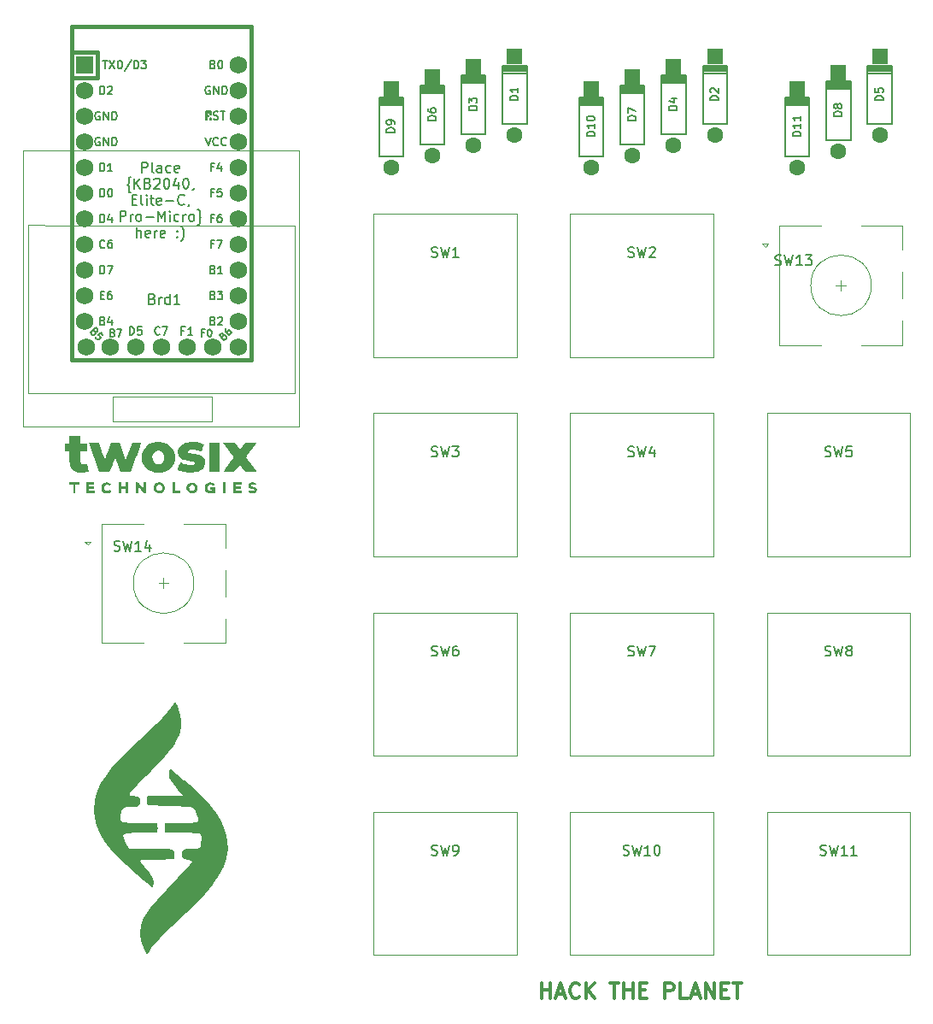
<source format=gbr>
%TF.GenerationSoftware,KiCad,Pcbnew,7.0.9-7.0.9~ubuntu22.04.1*%
%TF.CreationDate,2023-12-14T18:44:14-05:00*%
%TF.ProjectId,macrocoaster_v2,6d616372-6f63-46f6-9173-7465725f7632,rev?*%
%TF.SameCoordinates,Original*%
%TF.FileFunction,Legend,Top*%
%TF.FilePolarity,Positive*%
%FSLAX46Y46*%
G04 Gerber Fmt 4.6, Leading zero omitted, Abs format (unit mm)*
G04 Created by KiCad (PCBNEW 7.0.9-7.0.9~ubuntu22.04.1) date 2023-12-14 18:44:14*
%MOMM*%
%LPD*%
G01*
G04 APERTURE LIST*
%ADD10C,0.150000*%
%ADD11C,0.300000*%
%ADD12C,0.381000*%
%ADD13C,0.120000*%
%ADD14C,0.200000*%
%ADD15R,1.752600X1.752600*%
%ADD16C,1.752600*%
%ADD17C,1.600000*%
%ADD18R,1.600000X1.600000*%
G04 APERTURE END LIST*
D10*
X66966666Y-56554819D02*
X66966666Y-55554819D01*
X66966666Y-55554819D02*
X67347618Y-55554819D01*
X67347618Y-55554819D02*
X67442856Y-55602438D01*
X67442856Y-55602438D02*
X67490475Y-55650057D01*
X67490475Y-55650057D02*
X67538094Y-55745295D01*
X67538094Y-55745295D02*
X67538094Y-55888152D01*
X67538094Y-55888152D02*
X67490475Y-55983390D01*
X67490475Y-55983390D02*
X67442856Y-56031009D01*
X67442856Y-56031009D02*
X67347618Y-56078628D01*
X67347618Y-56078628D02*
X66966666Y-56078628D01*
X68109523Y-56554819D02*
X68014285Y-56507200D01*
X68014285Y-56507200D02*
X67966666Y-56411961D01*
X67966666Y-56411961D02*
X67966666Y-55554819D01*
X68919047Y-56554819D02*
X68919047Y-56031009D01*
X68919047Y-56031009D02*
X68871428Y-55935771D01*
X68871428Y-55935771D02*
X68776190Y-55888152D01*
X68776190Y-55888152D02*
X68585714Y-55888152D01*
X68585714Y-55888152D02*
X68490476Y-55935771D01*
X68919047Y-56507200D02*
X68823809Y-56554819D01*
X68823809Y-56554819D02*
X68585714Y-56554819D01*
X68585714Y-56554819D02*
X68490476Y-56507200D01*
X68490476Y-56507200D02*
X68442857Y-56411961D01*
X68442857Y-56411961D02*
X68442857Y-56316723D01*
X68442857Y-56316723D02*
X68490476Y-56221485D01*
X68490476Y-56221485D02*
X68585714Y-56173866D01*
X68585714Y-56173866D02*
X68823809Y-56173866D01*
X68823809Y-56173866D02*
X68919047Y-56126247D01*
X69823809Y-56507200D02*
X69728571Y-56554819D01*
X69728571Y-56554819D02*
X69538095Y-56554819D01*
X69538095Y-56554819D02*
X69442857Y-56507200D01*
X69442857Y-56507200D02*
X69395238Y-56459580D01*
X69395238Y-56459580D02*
X69347619Y-56364342D01*
X69347619Y-56364342D02*
X69347619Y-56078628D01*
X69347619Y-56078628D02*
X69395238Y-55983390D01*
X69395238Y-55983390D02*
X69442857Y-55935771D01*
X69442857Y-55935771D02*
X69538095Y-55888152D01*
X69538095Y-55888152D02*
X69728571Y-55888152D01*
X69728571Y-55888152D02*
X69823809Y-55935771D01*
X70633333Y-56507200D02*
X70538095Y-56554819D01*
X70538095Y-56554819D02*
X70347619Y-56554819D01*
X70347619Y-56554819D02*
X70252381Y-56507200D01*
X70252381Y-56507200D02*
X70204762Y-56411961D01*
X70204762Y-56411961D02*
X70204762Y-56031009D01*
X70204762Y-56031009D02*
X70252381Y-55935771D01*
X70252381Y-55935771D02*
X70347619Y-55888152D01*
X70347619Y-55888152D02*
X70538095Y-55888152D01*
X70538095Y-55888152D02*
X70633333Y-55935771D01*
X70633333Y-55935771D02*
X70680952Y-56031009D01*
X70680952Y-56031009D02*
X70680952Y-56126247D01*
X70680952Y-56126247D02*
X70204762Y-56221485D01*
X65847619Y-58545771D02*
X65800000Y-58545771D01*
X65800000Y-58545771D02*
X65704762Y-58498152D01*
X65704762Y-58498152D02*
X65657143Y-58402914D01*
X65657143Y-58402914D02*
X65657143Y-57926723D01*
X65657143Y-57926723D02*
X65609524Y-57831485D01*
X65609524Y-57831485D02*
X65514286Y-57783866D01*
X65514286Y-57783866D02*
X65609524Y-57736247D01*
X65609524Y-57736247D02*
X65657143Y-57641009D01*
X65657143Y-57641009D02*
X65657143Y-57164819D01*
X65657143Y-57164819D02*
X65704762Y-57069580D01*
X65704762Y-57069580D02*
X65800000Y-57021961D01*
X65800000Y-57021961D02*
X65847619Y-57021961D01*
X66228572Y-58164819D02*
X66228572Y-57164819D01*
X66800000Y-58164819D02*
X66371429Y-57593390D01*
X66800000Y-57164819D02*
X66228572Y-57736247D01*
X67561905Y-57641009D02*
X67704762Y-57688628D01*
X67704762Y-57688628D02*
X67752381Y-57736247D01*
X67752381Y-57736247D02*
X67800000Y-57831485D01*
X67800000Y-57831485D02*
X67800000Y-57974342D01*
X67800000Y-57974342D02*
X67752381Y-58069580D01*
X67752381Y-58069580D02*
X67704762Y-58117200D01*
X67704762Y-58117200D02*
X67609524Y-58164819D01*
X67609524Y-58164819D02*
X67228572Y-58164819D01*
X67228572Y-58164819D02*
X67228572Y-57164819D01*
X67228572Y-57164819D02*
X67561905Y-57164819D01*
X67561905Y-57164819D02*
X67657143Y-57212438D01*
X67657143Y-57212438D02*
X67704762Y-57260057D01*
X67704762Y-57260057D02*
X67752381Y-57355295D01*
X67752381Y-57355295D02*
X67752381Y-57450533D01*
X67752381Y-57450533D02*
X67704762Y-57545771D01*
X67704762Y-57545771D02*
X67657143Y-57593390D01*
X67657143Y-57593390D02*
X67561905Y-57641009D01*
X67561905Y-57641009D02*
X67228572Y-57641009D01*
X68180953Y-57260057D02*
X68228572Y-57212438D01*
X68228572Y-57212438D02*
X68323810Y-57164819D01*
X68323810Y-57164819D02*
X68561905Y-57164819D01*
X68561905Y-57164819D02*
X68657143Y-57212438D01*
X68657143Y-57212438D02*
X68704762Y-57260057D01*
X68704762Y-57260057D02*
X68752381Y-57355295D01*
X68752381Y-57355295D02*
X68752381Y-57450533D01*
X68752381Y-57450533D02*
X68704762Y-57593390D01*
X68704762Y-57593390D02*
X68133334Y-58164819D01*
X68133334Y-58164819D02*
X68752381Y-58164819D01*
X69371429Y-57164819D02*
X69466667Y-57164819D01*
X69466667Y-57164819D02*
X69561905Y-57212438D01*
X69561905Y-57212438D02*
X69609524Y-57260057D01*
X69609524Y-57260057D02*
X69657143Y-57355295D01*
X69657143Y-57355295D02*
X69704762Y-57545771D01*
X69704762Y-57545771D02*
X69704762Y-57783866D01*
X69704762Y-57783866D02*
X69657143Y-57974342D01*
X69657143Y-57974342D02*
X69609524Y-58069580D01*
X69609524Y-58069580D02*
X69561905Y-58117200D01*
X69561905Y-58117200D02*
X69466667Y-58164819D01*
X69466667Y-58164819D02*
X69371429Y-58164819D01*
X69371429Y-58164819D02*
X69276191Y-58117200D01*
X69276191Y-58117200D02*
X69228572Y-58069580D01*
X69228572Y-58069580D02*
X69180953Y-57974342D01*
X69180953Y-57974342D02*
X69133334Y-57783866D01*
X69133334Y-57783866D02*
X69133334Y-57545771D01*
X69133334Y-57545771D02*
X69180953Y-57355295D01*
X69180953Y-57355295D02*
X69228572Y-57260057D01*
X69228572Y-57260057D02*
X69276191Y-57212438D01*
X69276191Y-57212438D02*
X69371429Y-57164819D01*
X70561905Y-57498152D02*
X70561905Y-58164819D01*
X70323810Y-57117200D02*
X70085715Y-57831485D01*
X70085715Y-57831485D02*
X70704762Y-57831485D01*
X71276191Y-57164819D02*
X71371429Y-57164819D01*
X71371429Y-57164819D02*
X71466667Y-57212438D01*
X71466667Y-57212438D02*
X71514286Y-57260057D01*
X71514286Y-57260057D02*
X71561905Y-57355295D01*
X71561905Y-57355295D02*
X71609524Y-57545771D01*
X71609524Y-57545771D02*
X71609524Y-57783866D01*
X71609524Y-57783866D02*
X71561905Y-57974342D01*
X71561905Y-57974342D02*
X71514286Y-58069580D01*
X71514286Y-58069580D02*
X71466667Y-58117200D01*
X71466667Y-58117200D02*
X71371429Y-58164819D01*
X71371429Y-58164819D02*
X71276191Y-58164819D01*
X71276191Y-58164819D02*
X71180953Y-58117200D01*
X71180953Y-58117200D02*
X71133334Y-58069580D01*
X71133334Y-58069580D02*
X71085715Y-57974342D01*
X71085715Y-57974342D02*
X71038096Y-57783866D01*
X71038096Y-57783866D02*
X71038096Y-57545771D01*
X71038096Y-57545771D02*
X71085715Y-57355295D01*
X71085715Y-57355295D02*
X71133334Y-57260057D01*
X71133334Y-57260057D02*
X71180953Y-57212438D01*
X71180953Y-57212438D02*
X71276191Y-57164819D01*
X72085715Y-58117200D02*
X72085715Y-58164819D01*
X72085715Y-58164819D02*
X72038096Y-58260057D01*
X72038096Y-58260057D02*
X71990477Y-58307676D01*
X66014286Y-59251009D02*
X66347619Y-59251009D01*
X66490476Y-59774819D02*
X66014286Y-59774819D01*
X66014286Y-59774819D02*
X66014286Y-58774819D01*
X66014286Y-58774819D02*
X66490476Y-58774819D01*
X67061905Y-59774819D02*
X66966667Y-59727200D01*
X66966667Y-59727200D02*
X66919048Y-59631961D01*
X66919048Y-59631961D02*
X66919048Y-58774819D01*
X67442858Y-59774819D02*
X67442858Y-59108152D01*
X67442858Y-58774819D02*
X67395239Y-58822438D01*
X67395239Y-58822438D02*
X67442858Y-58870057D01*
X67442858Y-58870057D02*
X67490477Y-58822438D01*
X67490477Y-58822438D02*
X67442858Y-58774819D01*
X67442858Y-58774819D02*
X67442858Y-58870057D01*
X67776191Y-59108152D02*
X68157143Y-59108152D01*
X67919048Y-58774819D02*
X67919048Y-59631961D01*
X67919048Y-59631961D02*
X67966667Y-59727200D01*
X67966667Y-59727200D02*
X68061905Y-59774819D01*
X68061905Y-59774819D02*
X68157143Y-59774819D01*
X68871429Y-59727200D02*
X68776191Y-59774819D01*
X68776191Y-59774819D02*
X68585715Y-59774819D01*
X68585715Y-59774819D02*
X68490477Y-59727200D01*
X68490477Y-59727200D02*
X68442858Y-59631961D01*
X68442858Y-59631961D02*
X68442858Y-59251009D01*
X68442858Y-59251009D02*
X68490477Y-59155771D01*
X68490477Y-59155771D02*
X68585715Y-59108152D01*
X68585715Y-59108152D02*
X68776191Y-59108152D01*
X68776191Y-59108152D02*
X68871429Y-59155771D01*
X68871429Y-59155771D02*
X68919048Y-59251009D01*
X68919048Y-59251009D02*
X68919048Y-59346247D01*
X68919048Y-59346247D02*
X68442858Y-59441485D01*
X69347620Y-59393866D02*
X70109525Y-59393866D01*
X71157143Y-59679580D02*
X71109524Y-59727200D01*
X71109524Y-59727200D02*
X70966667Y-59774819D01*
X70966667Y-59774819D02*
X70871429Y-59774819D01*
X70871429Y-59774819D02*
X70728572Y-59727200D01*
X70728572Y-59727200D02*
X70633334Y-59631961D01*
X70633334Y-59631961D02*
X70585715Y-59536723D01*
X70585715Y-59536723D02*
X70538096Y-59346247D01*
X70538096Y-59346247D02*
X70538096Y-59203390D01*
X70538096Y-59203390D02*
X70585715Y-59012914D01*
X70585715Y-59012914D02*
X70633334Y-58917676D01*
X70633334Y-58917676D02*
X70728572Y-58822438D01*
X70728572Y-58822438D02*
X70871429Y-58774819D01*
X70871429Y-58774819D02*
X70966667Y-58774819D01*
X70966667Y-58774819D02*
X71109524Y-58822438D01*
X71109524Y-58822438D02*
X71157143Y-58870057D01*
X71633334Y-59727200D02*
X71633334Y-59774819D01*
X71633334Y-59774819D02*
X71585715Y-59870057D01*
X71585715Y-59870057D02*
X71538096Y-59917676D01*
X64823809Y-61384819D02*
X64823809Y-60384819D01*
X64823809Y-60384819D02*
X65204761Y-60384819D01*
X65204761Y-60384819D02*
X65299999Y-60432438D01*
X65299999Y-60432438D02*
X65347618Y-60480057D01*
X65347618Y-60480057D02*
X65395237Y-60575295D01*
X65395237Y-60575295D02*
X65395237Y-60718152D01*
X65395237Y-60718152D02*
X65347618Y-60813390D01*
X65347618Y-60813390D02*
X65299999Y-60861009D01*
X65299999Y-60861009D02*
X65204761Y-60908628D01*
X65204761Y-60908628D02*
X64823809Y-60908628D01*
X65823809Y-61384819D02*
X65823809Y-60718152D01*
X65823809Y-60908628D02*
X65871428Y-60813390D01*
X65871428Y-60813390D02*
X65919047Y-60765771D01*
X65919047Y-60765771D02*
X66014285Y-60718152D01*
X66014285Y-60718152D02*
X66109523Y-60718152D01*
X66585714Y-61384819D02*
X66490476Y-61337200D01*
X66490476Y-61337200D02*
X66442857Y-61289580D01*
X66442857Y-61289580D02*
X66395238Y-61194342D01*
X66395238Y-61194342D02*
X66395238Y-60908628D01*
X66395238Y-60908628D02*
X66442857Y-60813390D01*
X66442857Y-60813390D02*
X66490476Y-60765771D01*
X66490476Y-60765771D02*
X66585714Y-60718152D01*
X66585714Y-60718152D02*
X66728571Y-60718152D01*
X66728571Y-60718152D02*
X66823809Y-60765771D01*
X66823809Y-60765771D02*
X66871428Y-60813390D01*
X66871428Y-60813390D02*
X66919047Y-60908628D01*
X66919047Y-60908628D02*
X66919047Y-61194342D01*
X66919047Y-61194342D02*
X66871428Y-61289580D01*
X66871428Y-61289580D02*
X66823809Y-61337200D01*
X66823809Y-61337200D02*
X66728571Y-61384819D01*
X66728571Y-61384819D02*
X66585714Y-61384819D01*
X67347619Y-61003866D02*
X68109524Y-61003866D01*
X68585714Y-61384819D02*
X68585714Y-60384819D01*
X68585714Y-60384819D02*
X68919047Y-61099104D01*
X68919047Y-61099104D02*
X69252380Y-60384819D01*
X69252380Y-60384819D02*
X69252380Y-61384819D01*
X69728571Y-61384819D02*
X69728571Y-60718152D01*
X69728571Y-60384819D02*
X69680952Y-60432438D01*
X69680952Y-60432438D02*
X69728571Y-60480057D01*
X69728571Y-60480057D02*
X69776190Y-60432438D01*
X69776190Y-60432438D02*
X69728571Y-60384819D01*
X69728571Y-60384819D02*
X69728571Y-60480057D01*
X70633332Y-61337200D02*
X70538094Y-61384819D01*
X70538094Y-61384819D02*
X70347618Y-61384819D01*
X70347618Y-61384819D02*
X70252380Y-61337200D01*
X70252380Y-61337200D02*
X70204761Y-61289580D01*
X70204761Y-61289580D02*
X70157142Y-61194342D01*
X70157142Y-61194342D02*
X70157142Y-60908628D01*
X70157142Y-60908628D02*
X70204761Y-60813390D01*
X70204761Y-60813390D02*
X70252380Y-60765771D01*
X70252380Y-60765771D02*
X70347618Y-60718152D01*
X70347618Y-60718152D02*
X70538094Y-60718152D01*
X70538094Y-60718152D02*
X70633332Y-60765771D01*
X71061904Y-61384819D02*
X71061904Y-60718152D01*
X71061904Y-60908628D02*
X71109523Y-60813390D01*
X71109523Y-60813390D02*
X71157142Y-60765771D01*
X71157142Y-60765771D02*
X71252380Y-60718152D01*
X71252380Y-60718152D02*
X71347618Y-60718152D01*
X71823809Y-61384819D02*
X71728571Y-61337200D01*
X71728571Y-61337200D02*
X71680952Y-61289580D01*
X71680952Y-61289580D02*
X71633333Y-61194342D01*
X71633333Y-61194342D02*
X71633333Y-60908628D01*
X71633333Y-60908628D02*
X71680952Y-60813390D01*
X71680952Y-60813390D02*
X71728571Y-60765771D01*
X71728571Y-60765771D02*
X71823809Y-60718152D01*
X71823809Y-60718152D02*
X71966666Y-60718152D01*
X71966666Y-60718152D02*
X72061904Y-60765771D01*
X72061904Y-60765771D02*
X72109523Y-60813390D01*
X72109523Y-60813390D02*
X72157142Y-60908628D01*
X72157142Y-60908628D02*
X72157142Y-61194342D01*
X72157142Y-61194342D02*
X72109523Y-61289580D01*
X72109523Y-61289580D02*
X72061904Y-61337200D01*
X72061904Y-61337200D02*
X71966666Y-61384819D01*
X71966666Y-61384819D02*
X71823809Y-61384819D01*
X72490476Y-61765771D02*
X72538095Y-61765771D01*
X72538095Y-61765771D02*
X72633333Y-61718152D01*
X72633333Y-61718152D02*
X72680952Y-61622914D01*
X72680952Y-61622914D02*
X72680952Y-61146723D01*
X72680952Y-61146723D02*
X72728571Y-61051485D01*
X72728571Y-61051485D02*
X72823809Y-61003866D01*
X72823809Y-61003866D02*
X72728571Y-60956247D01*
X72728571Y-60956247D02*
X72680952Y-60861009D01*
X72680952Y-60861009D02*
X72680952Y-60384819D01*
X72680952Y-60384819D02*
X72633333Y-60289580D01*
X72633333Y-60289580D02*
X72538095Y-60241961D01*
X72538095Y-60241961D02*
X72490476Y-60241961D01*
X66466666Y-62994819D02*
X66466666Y-61994819D01*
X66895237Y-62994819D02*
X66895237Y-62471009D01*
X66895237Y-62471009D02*
X66847618Y-62375771D01*
X66847618Y-62375771D02*
X66752380Y-62328152D01*
X66752380Y-62328152D02*
X66609523Y-62328152D01*
X66609523Y-62328152D02*
X66514285Y-62375771D01*
X66514285Y-62375771D02*
X66466666Y-62423390D01*
X67752380Y-62947200D02*
X67657142Y-62994819D01*
X67657142Y-62994819D02*
X67466666Y-62994819D01*
X67466666Y-62994819D02*
X67371428Y-62947200D01*
X67371428Y-62947200D02*
X67323809Y-62851961D01*
X67323809Y-62851961D02*
X67323809Y-62471009D01*
X67323809Y-62471009D02*
X67371428Y-62375771D01*
X67371428Y-62375771D02*
X67466666Y-62328152D01*
X67466666Y-62328152D02*
X67657142Y-62328152D01*
X67657142Y-62328152D02*
X67752380Y-62375771D01*
X67752380Y-62375771D02*
X67799999Y-62471009D01*
X67799999Y-62471009D02*
X67799999Y-62566247D01*
X67799999Y-62566247D02*
X67323809Y-62661485D01*
X68228571Y-62994819D02*
X68228571Y-62328152D01*
X68228571Y-62518628D02*
X68276190Y-62423390D01*
X68276190Y-62423390D02*
X68323809Y-62375771D01*
X68323809Y-62375771D02*
X68419047Y-62328152D01*
X68419047Y-62328152D02*
X68514285Y-62328152D01*
X69228571Y-62947200D02*
X69133333Y-62994819D01*
X69133333Y-62994819D02*
X68942857Y-62994819D01*
X68942857Y-62994819D02*
X68847619Y-62947200D01*
X68847619Y-62947200D02*
X68800000Y-62851961D01*
X68800000Y-62851961D02*
X68800000Y-62471009D01*
X68800000Y-62471009D02*
X68847619Y-62375771D01*
X68847619Y-62375771D02*
X68942857Y-62328152D01*
X68942857Y-62328152D02*
X69133333Y-62328152D01*
X69133333Y-62328152D02*
X69228571Y-62375771D01*
X69228571Y-62375771D02*
X69276190Y-62471009D01*
X69276190Y-62471009D02*
X69276190Y-62566247D01*
X69276190Y-62566247D02*
X68800000Y-62661485D01*
X70466667Y-62899580D02*
X70514286Y-62947200D01*
X70514286Y-62947200D02*
X70466667Y-62994819D01*
X70466667Y-62994819D02*
X70419048Y-62947200D01*
X70419048Y-62947200D02*
X70466667Y-62899580D01*
X70466667Y-62899580D02*
X70466667Y-62994819D01*
X70466667Y-62375771D02*
X70514286Y-62423390D01*
X70514286Y-62423390D02*
X70466667Y-62471009D01*
X70466667Y-62471009D02*
X70419048Y-62423390D01*
X70419048Y-62423390D02*
X70466667Y-62375771D01*
X70466667Y-62375771D02*
X70466667Y-62471009D01*
X70847619Y-63375771D02*
X70895238Y-63328152D01*
X70895238Y-63328152D02*
X70990476Y-63185295D01*
X70990476Y-63185295D02*
X71038095Y-63090057D01*
X71038095Y-63090057D02*
X71085714Y-62947200D01*
X71085714Y-62947200D02*
X71133333Y-62709104D01*
X71133333Y-62709104D02*
X71133333Y-62518628D01*
X71133333Y-62518628D02*
X71085714Y-62280533D01*
X71085714Y-62280533D02*
X71038095Y-62137676D01*
X71038095Y-62137676D02*
X70990476Y-62042438D01*
X70990476Y-62042438D02*
X70895238Y-61899580D01*
X70895238Y-61899580D02*
X70847619Y-61851961D01*
D11*
X106604510Y-138350828D02*
X106604510Y-136850828D01*
X106604510Y-137565114D02*
X107461653Y-137565114D01*
X107461653Y-138350828D02*
X107461653Y-136850828D01*
X108104511Y-137922257D02*
X108818797Y-137922257D01*
X107961654Y-138350828D02*
X108461654Y-136850828D01*
X108461654Y-136850828D02*
X108961654Y-138350828D01*
X110318796Y-138207971D02*
X110247368Y-138279400D01*
X110247368Y-138279400D02*
X110033082Y-138350828D01*
X110033082Y-138350828D02*
X109890225Y-138350828D01*
X109890225Y-138350828D02*
X109675939Y-138279400D01*
X109675939Y-138279400D02*
X109533082Y-138136542D01*
X109533082Y-138136542D02*
X109461653Y-137993685D01*
X109461653Y-137993685D02*
X109390225Y-137707971D01*
X109390225Y-137707971D02*
X109390225Y-137493685D01*
X109390225Y-137493685D02*
X109461653Y-137207971D01*
X109461653Y-137207971D02*
X109533082Y-137065114D01*
X109533082Y-137065114D02*
X109675939Y-136922257D01*
X109675939Y-136922257D02*
X109890225Y-136850828D01*
X109890225Y-136850828D02*
X110033082Y-136850828D01*
X110033082Y-136850828D02*
X110247368Y-136922257D01*
X110247368Y-136922257D02*
X110318796Y-136993685D01*
X110961653Y-138350828D02*
X110961653Y-136850828D01*
X111818796Y-138350828D02*
X111175939Y-137493685D01*
X111818796Y-136850828D02*
X110961653Y-137707971D01*
X113390225Y-136850828D02*
X114247368Y-136850828D01*
X113818796Y-138350828D02*
X113818796Y-136850828D01*
X114747367Y-138350828D02*
X114747367Y-136850828D01*
X114747367Y-137565114D02*
X115604510Y-137565114D01*
X115604510Y-138350828D02*
X115604510Y-136850828D01*
X116318796Y-137565114D02*
X116818796Y-137565114D01*
X117033082Y-138350828D02*
X116318796Y-138350828D01*
X116318796Y-138350828D02*
X116318796Y-136850828D01*
X116318796Y-136850828D02*
X117033082Y-136850828D01*
X118818796Y-138350828D02*
X118818796Y-136850828D01*
X118818796Y-136850828D02*
X119390225Y-136850828D01*
X119390225Y-136850828D02*
X119533082Y-136922257D01*
X119533082Y-136922257D02*
X119604511Y-136993685D01*
X119604511Y-136993685D02*
X119675939Y-137136542D01*
X119675939Y-137136542D02*
X119675939Y-137350828D01*
X119675939Y-137350828D02*
X119604511Y-137493685D01*
X119604511Y-137493685D02*
X119533082Y-137565114D01*
X119533082Y-137565114D02*
X119390225Y-137636542D01*
X119390225Y-137636542D02*
X118818796Y-137636542D01*
X121033082Y-138350828D02*
X120318796Y-138350828D01*
X120318796Y-138350828D02*
X120318796Y-136850828D01*
X121461654Y-137922257D02*
X122175940Y-137922257D01*
X121318797Y-138350828D02*
X121818797Y-136850828D01*
X121818797Y-136850828D02*
X122318797Y-138350828D01*
X122818796Y-138350828D02*
X122818796Y-136850828D01*
X122818796Y-136850828D02*
X123675939Y-138350828D01*
X123675939Y-138350828D02*
X123675939Y-136850828D01*
X124390225Y-137565114D02*
X124890225Y-137565114D01*
X125104511Y-138350828D02*
X124390225Y-138350828D01*
X124390225Y-138350828D02*
X124390225Y-136850828D01*
X124390225Y-136850828D02*
X125104511Y-136850828D01*
X125533083Y-136850828D02*
X126390226Y-136850828D01*
X125961654Y-138350828D02*
X125961654Y-136850828D01*
D10*
X63275667Y-63986104D02*
X63237571Y-64024200D01*
X63237571Y-64024200D02*
X63123286Y-64062295D01*
X63123286Y-64062295D02*
X63047095Y-64062295D01*
X63047095Y-64062295D02*
X62932809Y-64024200D01*
X62932809Y-64024200D02*
X62856619Y-63948009D01*
X62856619Y-63948009D02*
X62818524Y-63871819D01*
X62818524Y-63871819D02*
X62780428Y-63719438D01*
X62780428Y-63719438D02*
X62780428Y-63605152D01*
X62780428Y-63605152D02*
X62818524Y-63452771D01*
X62818524Y-63452771D02*
X62856619Y-63376580D01*
X62856619Y-63376580D02*
X62932809Y-63300390D01*
X62932809Y-63300390D02*
X63047095Y-63262295D01*
X63047095Y-63262295D02*
X63123286Y-63262295D01*
X63123286Y-63262295D02*
X63237571Y-63300390D01*
X63237571Y-63300390D02*
X63275667Y-63338485D01*
X63961381Y-63262295D02*
X63809000Y-63262295D01*
X63809000Y-63262295D02*
X63732809Y-63300390D01*
X63732809Y-63300390D02*
X63694714Y-63338485D01*
X63694714Y-63338485D02*
X63618524Y-63452771D01*
X63618524Y-63452771D02*
X63580428Y-63605152D01*
X63580428Y-63605152D02*
X63580428Y-63909914D01*
X63580428Y-63909914D02*
X63618524Y-63986104D01*
X63618524Y-63986104D02*
X63656619Y-64024200D01*
X63656619Y-64024200D02*
X63732809Y-64062295D01*
X63732809Y-64062295D02*
X63885190Y-64062295D01*
X63885190Y-64062295D02*
X63961381Y-64024200D01*
X63961381Y-64024200D02*
X63999476Y-63986104D01*
X63999476Y-63986104D02*
X64037571Y-63909914D01*
X64037571Y-63909914D02*
X64037571Y-63719438D01*
X64037571Y-63719438D02*
X63999476Y-63643247D01*
X63999476Y-63643247D02*
X63961381Y-63605152D01*
X63961381Y-63605152D02*
X63885190Y-63567057D01*
X63885190Y-63567057D02*
X63732809Y-63567057D01*
X63732809Y-63567057D02*
X63656619Y-63605152D01*
X63656619Y-63605152D02*
X63618524Y-63643247D01*
X63618524Y-63643247D02*
X63580428Y-63719438D01*
X62818524Y-61522295D02*
X62818524Y-60722295D01*
X62818524Y-60722295D02*
X63009000Y-60722295D01*
X63009000Y-60722295D02*
X63123286Y-60760390D01*
X63123286Y-60760390D02*
X63199476Y-60836580D01*
X63199476Y-60836580D02*
X63237571Y-60912771D01*
X63237571Y-60912771D02*
X63275667Y-61065152D01*
X63275667Y-61065152D02*
X63275667Y-61179438D01*
X63275667Y-61179438D02*
X63237571Y-61331819D01*
X63237571Y-61331819D02*
X63199476Y-61408009D01*
X63199476Y-61408009D02*
X63123286Y-61484200D01*
X63123286Y-61484200D02*
X63009000Y-61522295D01*
X63009000Y-61522295D02*
X62818524Y-61522295D01*
X63961381Y-60988961D02*
X63961381Y-61522295D01*
X63770905Y-60684200D02*
X63580428Y-61255628D01*
X63580428Y-61255628D02*
X64075667Y-61255628D01*
X68736667Y-72576104D02*
X68698571Y-72614200D01*
X68698571Y-72614200D02*
X68584286Y-72652295D01*
X68584286Y-72652295D02*
X68508095Y-72652295D01*
X68508095Y-72652295D02*
X68393809Y-72614200D01*
X68393809Y-72614200D02*
X68317619Y-72538009D01*
X68317619Y-72538009D02*
X68279524Y-72461819D01*
X68279524Y-72461819D02*
X68241428Y-72309438D01*
X68241428Y-72309438D02*
X68241428Y-72195152D01*
X68241428Y-72195152D02*
X68279524Y-72042771D01*
X68279524Y-72042771D02*
X68317619Y-71966580D01*
X68317619Y-71966580D02*
X68393809Y-71890390D01*
X68393809Y-71890390D02*
X68508095Y-71852295D01*
X68508095Y-71852295D02*
X68584286Y-71852295D01*
X68584286Y-71852295D02*
X68698571Y-71890390D01*
X68698571Y-71890390D02*
X68736667Y-71928485D01*
X69003333Y-71852295D02*
X69536667Y-71852295D01*
X69536667Y-71852295D02*
X69193809Y-72652295D01*
X62305456Y-72353850D02*
X62352596Y-72448131D01*
X62352596Y-72448131D02*
X62352596Y-72495271D01*
X62352596Y-72495271D02*
X62329026Y-72565982D01*
X62329026Y-72565982D02*
X62258316Y-72636692D01*
X62258316Y-72636692D02*
X62187605Y-72660263D01*
X62187605Y-72660263D02*
X62140464Y-72660263D01*
X62140464Y-72660263D02*
X62069754Y-72636692D01*
X62069754Y-72636692D02*
X61881192Y-72448131D01*
X61881192Y-72448131D02*
X62376167Y-71953156D01*
X62376167Y-71953156D02*
X62541158Y-72118147D01*
X62541158Y-72118147D02*
X62564728Y-72188858D01*
X62564728Y-72188858D02*
X62564728Y-72235999D01*
X62564728Y-72235999D02*
X62541158Y-72306709D01*
X62541158Y-72306709D02*
X62494018Y-72353850D01*
X62494018Y-72353850D02*
X62423307Y-72377420D01*
X62423307Y-72377420D02*
X62376167Y-72377420D01*
X62376167Y-72377420D02*
X62305456Y-72353850D01*
X62305456Y-72353850D02*
X62140464Y-72188858D01*
X63106844Y-72683833D02*
X62871141Y-72448131D01*
X62871141Y-72448131D02*
X62611869Y-72660263D01*
X62611869Y-72660263D02*
X62659009Y-72660263D01*
X62659009Y-72660263D02*
X62729720Y-72683833D01*
X62729720Y-72683833D02*
X62847571Y-72801684D01*
X62847571Y-72801684D02*
X62871141Y-72872395D01*
X62871141Y-72872395D02*
X62871141Y-72919535D01*
X62871141Y-72919535D02*
X62847571Y-72990246D01*
X62847571Y-72990246D02*
X62729720Y-73108097D01*
X62729720Y-73108097D02*
X62659009Y-73131667D01*
X62659009Y-73131667D02*
X62611869Y-73131667D01*
X62611869Y-73131667D02*
X62541158Y-73108097D01*
X62541158Y-73108097D02*
X62423307Y-72990246D01*
X62423307Y-72990246D02*
X62399737Y-72919535D01*
X62399737Y-72919535D02*
X62399737Y-72872395D01*
X73721476Y-48060390D02*
X73645286Y-48022295D01*
X73645286Y-48022295D02*
X73531000Y-48022295D01*
X73531000Y-48022295D02*
X73416714Y-48060390D01*
X73416714Y-48060390D02*
X73340524Y-48136580D01*
X73340524Y-48136580D02*
X73302429Y-48212771D01*
X73302429Y-48212771D02*
X73264333Y-48365152D01*
X73264333Y-48365152D02*
X73264333Y-48479438D01*
X73264333Y-48479438D02*
X73302429Y-48631819D01*
X73302429Y-48631819D02*
X73340524Y-48708009D01*
X73340524Y-48708009D02*
X73416714Y-48784200D01*
X73416714Y-48784200D02*
X73531000Y-48822295D01*
X73531000Y-48822295D02*
X73607191Y-48822295D01*
X73607191Y-48822295D02*
X73721476Y-48784200D01*
X73721476Y-48784200D02*
X73759572Y-48746104D01*
X73759572Y-48746104D02*
X73759572Y-48479438D01*
X73759572Y-48479438D02*
X73607191Y-48479438D01*
X74102429Y-48822295D02*
X74102429Y-48022295D01*
X74102429Y-48022295D02*
X74559572Y-48822295D01*
X74559572Y-48822295D02*
X74559572Y-48022295D01*
X74940524Y-48822295D02*
X74940524Y-48022295D01*
X74940524Y-48022295D02*
X75131000Y-48022295D01*
X75131000Y-48022295D02*
X75245286Y-48060390D01*
X75245286Y-48060390D02*
X75321476Y-48136580D01*
X75321476Y-48136580D02*
X75359571Y-48212771D01*
X75359571Y-48212771D02*
X75397667Y-48365152D01*
X75397667Y-48365152D02*
X75397667Y-48479438D01*
X75397667Y-48479438D02*
X75359571Y-48631819D01*
X75359571Y-48631819D02*
X75321476Y-48708009D01*
X75321476Y-48708009D02*
X75245286Y-48784200D01*
X75245286Y-48784200D02*
X75131000Y-48822295D01*
X75131000Y-48822295D02*
X74940524Y-48822295D01*
X62818524Y-48822295D02*
X62818524Y-48022295D01*
X62818524Y-48022295D02*
X63009000Y-48022295D01*
X63009000Y-48022295D02*
X63123286Y-48060390D01*
X63123286Y-48060390D02*
X63199476Y-48136580D01*
X63199476Y-48136580D02*
X63237571Y-48212771D01*
X63237571Y-48212771D02*
X63275667Y-48365152D01*
X63275667Y-48365152D02*
X63275667Y-48479438D01*
X63275667Y-48479438D02*
X63237571Y-48631819D01*
X63237571Y-48631819D02*
X63199476Y-48708009D01*
X63199476Y-48708009D02*
X63123286Y-48784200D01*
X63123286Y-48784200D02*
X63009000Y-48822295D01*
X63009000Y-48822295D02*
X62818524Y-48822295D01*
X63580428Y-48098485D02*
X63618524Y-48060390D01*
X63618524Y-48060390D02*
X63694714Y-48022295D01*
X63694714Y-48022295D02*
X63885190Y-48022295D01*
X63885190Y-48022295D02*
X63961381Y-48060390D01*
X63961381Y-48060390D02*
X63999476Y-48098485D01*
X63999476Y-48098485D02*
X64037571Y-48174676D01*
X64037571Y-48174676D02*
X64037571Y-48250866D01*
X64037571Y-48250866D02*
X63999476Y-48365152D01*
X63999476Y-48365152D02*
X63542333Y-48822295D01*
X63542333Y-48822295D02*
X64037571Y-48822295D01*
X65739524Y-72652295D02*
X65739524Y-71852295D01*
X65739524Y-71852295D02*
X65930000Y-71852295D01*
X65930000Y-71852295D02*
X66044286Y-71890390D01*
X66044286Y-71890390D02*
X66120476Y-71966580D01*
X66120476Y-71966580D02*
X66158571Y-72042771D01*
X66158571Y-72042771D02*
X66196667Y-72195152D01*
X66196667Y-72195152D02*
X66196667Y-72309438D01*
X66196667Y-72309438D02*
X66158571Y-72461819D01*
X66158571Y-72461819D02*
X66120476Y-72538009D01*
X66120476Y-72538009D02*
X66044286Y-72614200D01*
X66044286Y-72614200D02*
X65930000Y-72652295D01*
X65930000Y-72652295D02*
X65739524Y-72652295D01*
X66920476Y-71852295D02*
X66539524Y-71852295D01*
X66539524Y-71852295D02*
X66501428Y-72233247D01*
X66501428Y-72233247D02*
X66539524Y-72195152D01*
X66539524Y-72195152D02*
X66615714Y-72157057D01*
X66615714Y-72157057D02*
X66806190Y-72157057D01*
X66806190Y-72157057D02*
X66882381Y-72195152D01*
X66882381Y-72195152D02*
X66920476Y-72233247D01*
X66920476Y-72233247D02*
X66958571Y-72309438D01*
X66958571Y-72309438D02*
X66958571Y-72499914D01*
X66958571Y-72499914D02*
X66920476Y-72576104D01*
X66920476Y-72576104D02*
X66882381Y-72614200D01*
X66882381Y-72614200D02*
X66806190Y-72652295D01*
X66806190Y-72652295D02*
X66615714Y-72652295D01*
X66615714Y-72652295D02*
X66539524Y-72614200D01*
X66539524Y-72614200D02*
X66501428Y-72576104D01*
X71143333Y-72233247D02*
X70876667Y-72233247D01*
X70876667Y-72652295D02*
X70876667Y-71852295D01*
X70876667Y-71852295D02*
X71257619Y-71852295D01*
X71981428Y-72652295D02*
X71524285Y-72652295D01*
X71752857Y-72652295D02*
X71752857Y-71852295D01*
X71752857Y-71852295D02*
X71676666Y-71966580D01*
X71676666Y-71966580D02*
X71600476Y-72042771D01*
X71600476Y-72042771D02*
X71524285Y-72080866D01*
X62818524Y-56442295D02*
X62818524Y-55642295D01*
X62818524Y-55642295D02*
X63009000Y-55642295D01*
X63009000Y-55642295D02*
X63123286Y-55680390D01*
X63123286Y-55680390D02*
X63199476Y-55756580D01*
X63199476Y-55756580D02*
X63237571Y-55832771D01*
X63237571Y-55832771D02*
X63275667Y-55985152D01*
X63275667Y-55985152D02*
X63275667Y-56099438D01*
X63275667Y-56099438D02*
X63237571Y-56251819D01*
X63237571Y-56251819D02*
X63199476Y-56328009D01*
X63199476Y-56328009D02*
X63123286Y-56404200D01*
X63123286Y-56404200D02*
X63009000Y-56442295D01*
X63009000Y-56442295D02*
X62818524Y-56442295D01*
X64037571Y-56442295D02*
X63580428Y-56442295D01*
X63809000Y-56442295D02*
X63809000Y-55642295D01*
X63809000Y-55642295D02*
X63732809Y-55756580D01*
X63732809Y-55756580D02*
X63656619Y-55832771D01*
X63656619Y-55832771D02*
X63580428Y-55870866D01*
X62799476Y-53140390D02*
X62723286Y-53102295D01*
X62723286Y-53102295D02*
X62609000Y-53102295D01*
X62609000Y-53102295D02*
X62494714Y-53140390D01*
X62494714Y-53140390D02*
X62418524Y-53216580D01*
X62418524Y-53216580D02*
X62380429Y-53292771D01*
X62380429Y-53292771D02*
X62342333Y-53445152D01*
X62342333Y-53445152D02*
X62342333Y-53559438D01*
X62342333Y-53559438D02*
X62380429Y-53711819D01*
X62380429Y-53711819D02*
X62418524Y-53788009D01*
X62418524Y-53788009D02*
X62494714Y-53864200D01*
X62494714Y-53864200D02*
X62609000Y-53902295D01*
X62609000Y-53902295D02*
X62685191Y-53902295D01*
X62685191Y-53902295D02*
X62799476Y-53864200D01*
X62799476Y-53864200D02*
X62837572Y-53826104D01*
X62837572Y-53826104D02*
X62837572Y-53559438D01*
X62837572Y-53559438D02*
X62685191Y-53559438D01*
X63180429Y-53902295D02*
X63180429Y-53102295D01*
X63180429Y-53102295D02*
X63637572Y-53902295D01*
X63637572Y-53902295D02*
X63637572Y-53102295D01*
X64018524Y-53902295D02*
X64018524Y-53102295D01*
X64018524Y-53102295D02*
X64209000Y-53102295D01*
X64209000Y-53102295D02*
X64323286Y-53140390D01*
X64323286Y-53140390D02*
X64399476Y-53216580D01*
X64399476Y-53216580D02*
X64437571Y-53292771D01*
X64437571Y-53292771D02*
X64475667Y-53445152D01*
X64475667Y-53445152D02*
X64475667Y-53559438D01*
X64475667Y-53559438D02*
X64437571Y-53711819D01*
X64437571Y-53711819D02*
X64399476Y-53788009D01*
X64399476Y-53788009D02*
X64323286Y-53864200D01*
X64323286Y-53864200D02*
X64209000Y-53902295D01*
X64209000Y-53902295D02*
X64018524Y-53902295D01*
X74007190Y-66183247D02*
X74121476Y-66221342D01*
X74121476Y-66221342D02*
X74159571Y-66259438D01*
X74159571Y-66259438D02*
X74197667Y-66335628D01*
X74197667Y-66335628D02*
X74197667Y-66449914D01*
X74197667Y-66449914D02*
X74159571Y-66526104D01*
X74159571Y-66526104D02*
X74121476Y-66564200D01*
X74121476Y-66564200D02*
X74045286Y-66602295D01*
X74045286Y-66602295D02*
X73740524Y-66602295D01*
X73740524Y-66602295D02*
X73740524Y-65802295D01*
X73740524Y-65802295D02*
X74007190Y-65802295D01*
X74007190Y-65802295D02*
X74083381Y-65840390D01*
X74083381Y-65840390D02*
X74121476Y-65878485D01*
X74121476Y-65878485D02*
X74159571Y-65954676D01*
X74159571Y-65954676D02*
X74159571Y-66030866D01*
X74159571Y-66030866D02*
X74121476Y-66107057D01*
X74121476Y-66107057D02*
X74083381Y-66145152D01*
X74083381Y-66145152D02*
X74007190Y-66183247D01*
X74007190Y-66183247D02*
X73740524Y-66183247D01*
X74959571Y-66602295D02*
X74502428Y-66602295D01*
X74731000Y-66602295D02*
X74731000Y-65802295D01*
X74731000Y-65802295D02*
X74654809Y-65916580D01*
X74654809Y-65916580D02*
X74578619Y-65992771D01*
X74578619Y-65992771D02*
X74502428Y-66030866D01*
X63107651Y-45482295D02*
X63564794Y-45482295D01*
X63336222Y-46282295D02*
X63336222Y-45482295D01*
X63755270Y-45482295D02*
X64288604Y-46282295D01*
X64288604Y-45482295D02*
X63755270Y-46282295D01*
X64745747Y-45482295D02*
X64821937Y-45482295D01*
X64821937Y-45482295D02*
X64898128Y-45520390D01*
X64898128Y-45520390D02*
X64936223Y-45558485D01*
X64936223Y-45558485D02*
X64974318Y-45634676D01*
X64974318Y-45634676D02*
X65012413Y-45787057D01*
X65012413Y-45787057D02*
X65012413Y-45977533D01*
X65012413Y-45977533D02*
X64974318Y-46129914D01*
X64974318Y-46129914D02*
X64936223Y-46206104D01*
X64936223Y-46206104D02*
X64898128Y-46244200D01*
X64898128Y-46244200D02*
X64821937Y-46282295D01*
X64821937Y-46282295D02*
X64745747Y-46282295D01*
X64745747Y-46282295D02*
X64669556Y-46244200D01*
X64669556Y-46244200D02*
X64631461Y-46206104D01*
X64631461Y-46206104D02*
X64593366Y-46129914D01*
X64593366Y-46129914D02*
X64555270Y-45977533D01*
X64555270Y-45977533D02*
X64555270Y-45787057D01*
X64555270Y-45787057D02*
X64593366Y-45634676D01*
X64593366Y-45634676D02*
X64631461Y-45558485D01*
X64631461Y-45558485D02*
X64669556Y-45520390D01*
X64669556Y-45520390D02*
X64745747Y-45482295D01*
X65926699Y-45444200D02*
X65240985Y-46472771D01*
X66193366Y-46282295D02*
X66193366Y-45482295D01*
X66193366Y-45482295D02*
X66383842Y-45482295D01*
X66383842Y-45482295D02*
X66498128Y-45520390D01*
X66498128Y-45520390D02*
X66574318Y-45596580D01*
X66574318Y-45596580D02*
X66612413Y-45672771D01*
X66612413Y-45672771D02*
X66650509Y-45825152D01*
X66650509Y-45825152D02*
X66650509Y-45939438D01*
X66650509Y-45939438D02*
X66612413Y-46091819D01*
X66612413Y-46091819D02*
X66574318Y-46168009D01*
X66574318Y-46168009D02*
X66498128Y-46244200D01*
X66498128Y-46244200D02*
X66383842Y-46282295D01*
X66383842Y-46282295D02*
X66193366Y-46282295D01*
X66917175Y-45482295D02*
X67412413Y-45482295D01*
X67412413Y-45482295D02*
X67145747Y-45787057D01*
X67145747Y-45787057D02*
X67260032Y-45787057D01*
X67260032Y-45787057D02*
X67336223Y-45825152D01*
X67336223Y-45825152D02*
X67374318Y-45863247D01*
X67374318Y-45863247D02*
X67412413Y-45939438D01*
X67412413Y-45939438D02*
X67412413Y-46129914D01*
X67412413Y-46129914D02*
X67374318Y-46206104D01*
X67374318Y-46206104D02*
X67336223Y-46244200D01*
X67336223Y-46244200D02*
X67260032Y-46282295D01*
X67260032Y-46282295D02*
X67031461Y-46282295D01*
X67031461Y-46282295D02*
X66955270Y-46244200D01*
X66955270Y-46244200D02*
X66917175Y-46206104D01*
X74007190Y-45863247D02*
X74121476Y-45901342D01*
X74121476Y-45901342D02*
X74159571Y-45939438D01*
X74159571Y-45939438D02*
X74197667Y-46015628D01*
X74197667Y-46015628D02*
X74197667Y-46129914D01*
X74197667Y-46129914D02*
X74159571Y-46206104D01*
X74159571Y-46206104D02*
X74121476Y-46244200D01*
X74121476Y-46244200D02*
X74045286Y-46282295D01*
X74045286Y-46282295D02*
X73740524Y-46282295D01*
X73740524Y-46282295D02*
X73740524Y-45482295D01*
X73740524Y-45482295D02*
X74007190Y-45482295D01*
X74007190Y-45482295D02*
X74083381Y-45520390D01*
X74083381Y-45520390D02*
X74121476Y-45558485D01*
X74121476Y-45558485D02*
X74159571Y-45634676D01*
X74159571Y-45634676D02*
X74159571Y-45710866D01*
X74159571Y-45710866D02*
X74121476Y-45787057D01*
X74121476Y-45787057D02*
X74083381Y-45825152D01*
X74083381Y-45825152D02*
X74007190Y-45863247D01*
X74007190Y-45863247D02*
X73740524Y-45863247D01*
X74692905Y-45482295D02*
X74769095Y-45482295D01*
X74769095Y-45482295D02*
X74845286Y-45520390D01*
X74845286Y-45520390D02*
X74883381Y-45558485D01*
X74883381Y-45558485D02*
X74921476Y-45634676D01*
X74921476Y-45634676D02*
X74959571Y-45787057D01*
X74959571Y-45787057D02*
X74959571Y-45977533D01*
X74959571Y-45977533D02*
X74921476Y-46129914D01*
X74921476Y-46129914D02*
X74883381Y-46206104D01*
X74883381Y-46206104D02*
X74845286Y-46244200D01*
X74845286Y-46244200D02*
X74769095Y-46282295D01*
X74769095Y-46282295D02*
X74692905Y-46282295D01*
X74692905Y-46282295D02*
X74616714Y-46244200D01*
X74616714Y-46244200D02*
X74578619Y-46206104D01*
X74578619Y-46206104D02*
X74540524Y-46129914D01*
X74540524Y-46129914D02*
X74502428Y-45977533D01*
X74502428Y-45977533D02*
X74502428Y-45787057D01*
X74502428Y-45787057D02*
X74540524Y-45634676D01*
X74540524Y-45634676D02*
X74578619Y-45558485D01*
X74578619Y-45558485D02*
X74616714Y-45520390D01*
X74616714Y-45520390D02*
X74692905Y-45482295D01*
X62818524Y-58982295D02*
X62818524Y-58182295D01*
X62818524Y-58182295D02*
X63009000Y-58182295D01*
X63009000Y-58182295D02*
X63123286Y-58220390D01*
X63123286Y-58220390D02*
X63199476Y-58296580D01*
X63199476Y-58296580D02*
X63237571Y-58372771D01*
X63237571Y-58372771D02*
X63275667Y-58525152D01*
X63275667Y-58525152D02*
X63275667Y-58639438D01*
X63275667Y-58639438D02*
X63237571Y-58791819D01*
X63237571Y-58791819D02*
X63199476Y-58868009D01*
X63199476Y-58868009D02*
X63123286Y-58944200D01*
X63123286Y-58944200D02*
X63009000Y-58982295D01*
X63009000Y-58982295D02*
X62818524Y-58982295D01*
X63770905Y-58182295D02*
X63847095Y-58182295D01*
X63847095Y-58182295D02*
X63923286Y-58220390D01*
X63923286Y-58220390D02*
X63961381Y-58258485D01*
X63961381Y-58258485D02*
X63999476Y-58334676D01*
X63999476Y-58334676D02*
X64037571Y-58487057D01*
X64037571Y-58487057D02*
X64037571Y-58677533D01*
X64037571Y-58677533D02*
X63999476Y-58829914D01*
X63999476Y-58829914D02*
X63961381Y-58906104D01*
X63961381Y-58906104D02*
X63923286Y-58944200D01*
X63923286Y-58944200D02*
X63847095Y-58982295D01*
X63847095Y-58982295D02*
X63770905Y-58982295D01*
X63770905Y-58982295D02*
X63694714Y-58944200D01*
X63694714Y-58944200D02*
X63656619Y-58906104D01*
X63656619Y-58906104D02*
X63618524Y-58829914D01*
X63618524Y-58829914D02*
X63580428Y-58677533D01*
X63580428Y-58677533D02*
X63580428Y-58487057D01*
X63580428Y-58487057D02*
X63618524Y-58334676D01*
X63618524Y-58334676D02*
X63656619Y-58258485D01*
X63656619Y-58258485D02*
X63694714Y-58220390D01*
X63694714Y-58220390D02*
X63770905Y-58182295D01*
X74064333Y-56023247D02*
X73797667Y-56023247D01*
X73797667Y-56442295D02*
X73797667Y-55642295D01*
X73797667Y-55642295D02*
X74178619Y-55642295D01*
X74826238Y-55908961D02*
X74826238Y-56442295D01*
X74635762Y-55604200D02*
X74445285Y-56175628D01*
X74445285Y-56175628D02*
X74940524Y-56175628D01*
X73136667Y-72439366D02*
X72903333Y-72439366D01*
X72903333Y-72806033D02*
X72903333Y-72106033D01*
X72903333Y-72106033D02*
X73236667Y-72106033D01*
X73636667Y-72106033D02*
X73703333Y-72106033D01*
X73703333Y-72106033D02*
X73770000Y-72139366D01*
X73770000Y-72139366D02*
X73803333Y-72172700D01*
X73803333Y-72172700D02*
X73836667Y-72239366D01*
X73836667Y-72239366D02*
X73870000Y-72372700D01*
X73870000Y-72372700D02*
X73870000Y-72539366D01*
X73870000Y-72539366D02*
X73836667Y-72672700D01*
X73836667Y-72672700D02*
X73803333Y-72739366D01*
X73803333Y-72739366D02*
X73770000Y-72772700D01*
X73770000Y-72772700D02*
X73703333Y-72806033D01*
X73703333Y-72806033D02*
X73636667Y-72806033D01*
X73636667Y-72806033D02*
X73570000Y-72772700D01*
X73570000Y-72772700D02*
X73536667Y-72739366D01*
X73536667Y-72739366D02*
X73503333Y-72672700D01*
X73503333Y-72672700D02*
X73470000Y-72539366D01*
X73470000Y-72539366D02*
X73470000Y-72372700D01*
X73470000Y-72372700D02*
X73503333Y-72239366D01*
X73503333Y-72239366D02*
X73536667Y-72172700D01*
X73536667Y-72172700D02*
X73570000Y-72139366D01*
X73570000Y-72139366D02*
X73636667Y-72106033D01*
X74007190Y-71263247D02*
X74121476Y-71301342D01*
X74121476Y-71301342D02*
X74159571Y-71339438D01*
X74159571Y-71339438D02*
X74197667Y-71415628D01*
X74197667Y-71415628D02*
X74197667Y-71529914D01*
X74197667Y-71529914D02*
X74159571Y-71606104D01*
X74159571Y-71606104D02*
X74121476Y-71644200D01*
X74121476Y-71644200D02*
X74045286Y-71682295D01*
X74045286Y-71682295D02*
X73740524Y-71682295D01*
X73740524Y-71682295D02*
X73740524Y-70882295D01*
X73740524Y-70882295D02*
X74007190Y-70882295D01*
X74007190Y-70882295D02*
X74083381Y-70920390D01*
X74083381Y-70920390D02*
X74121476Y-70958485D01*
X74121476Y-70958485D02*
X74159571Y-71034676D01*
X74159571Y-71034676D02*
X74159571Y-71110866D01*
X74159571Y-71110866D02*
X74121476Y-71187057D01*
X74121476Y-71187057D02*
X74083381Y-71225152D01*
X74083381Y-71225152D02*
X74007190Y-71263247D01*
X74007190Y-71263247D02*
X73740524Y-71263247D01*
X74502428Y-70958485D02*
X74540524Y-70920390D01*
X74540524Y-70920390D02*
X74616714Y-70882295D01*
X74616714Y-70882295D02*
X74807190Y-70882295D01*
X74807190Y-70882295D02*
X74883381Y-70920390D01*
X74883381Y-70920390D02*
X74921476Y-70958485D01*
X74921476Y-70958485D02*
X74959571Y-71034676D01*
X74959571Y-71034676D02*
X74959571Y-71110866D01*
X74959571Y-71110866D02*
X74921476Y-71225152D01*
X74921476Y-71225152D02*
X74464333Y-71682295D01*
X74464333Y-71682295D02*
X74959571Y-71682295D01*
X62799476Y-50600390D02*
X62723286Y-50562295D01*
X62723286Y-50562295D02*
X62609000Y-50562295D01*
X62609000Y-50562295D02*
X62494714Y-50600390D01*
X62494714Y-50600390D02*
X62418524Y-50676580D01*
X62418524Y-50676580D02*
X62380429Y-50752771D01*
X62380429Y-50752771D02*
X62342333Y-50905152D01*
X62342333Y-50905152D02*
X62342333Y-51019438D01*
X62342333Y-51019438D02*
X62380429Y-51171819D01*
X62380429Y-51171819D02*
X62418524Y-51248009D01*
X62418524Y-51248009D02*
X62494714Y-51324200D01*
X62494714Y-51324200D02*
X62609000Y-51362295D01*
X62609000Y-51362295D02*
X62685191Y-51362295D01*
X62685191Y-51362295D02*
X62799476Y-51324200D01*
X62799476Y-51324200D02*
X62837572Y-51286104D01*
X62837572Y-51286104D02*
X62837572Y-51019438D01*
X62837572Y-51019438D02*
X62685191Y-51019438D01*
X63180429Y-51362295D02*
X63180429Y-50562295D01*
X63180429Y-50562295D02*
X63637572Y-51362295D01*
X63637572Y-51362295D02*
X63637572Y-50562295D01*
X64018524Y-51362295D02*
X64018524Y-50562295D01*
X64018524Y-50562295D02*
X64209000Y-50562295D01*
X64209000Y-50562295D02*
X64323286Y-50600390D01*
X64323286Y-50600390D02*
X64399476Y-50676580D01*
X64399476Y-50676580D02*
X64437571Y-50752771D01*
X64437571Y-50752771D02*
X64475667Y-50905152D01*
X64475667Y-50905152D02*
X64475667Y-51019438D01*
X64475667Y-51019438D02*
X64437571Y-51171819D01*
X64437571Y-51171819D02*
X64399476Y-51248009D01*
X64399476Y-51248009D02*
X64323286Y-51324200D01*
X64323286Y-51324200D02*
X64209000Y-51362295D01*
X64209000Y-51362295D02*
X64018524Y-51362295D01*
X74064333Y-58563247D02*
X73797667Y-58563247D01*
X73797667Y-58982295D02*
X73797667Y-58182295D01*
X73797667Y-58182295D02*
X74178619Y-58182295D01*
X74864333Y-58182295D02*
X74483381Y-58182295D01*
X74483381Y-58182295D02*
X74445285Y-58563247D01*
X74445285Y-58563247D02*
X74483381Y-58525152D01*
X74483381Y-58525152D02*
X74559571Y-58487057D01*
X74559571Y-58487057D02*
X74750047Y-58487057D01*
X74750047Y-58487057D02*
X74826238Y-58525152D01*
X74826238Y-58525152D02*
X74864333Y-58563247D01*
X74864333Y-58563247D02*
X74902428Y-58639438D01*
X74902428Y-58639438D02*
X74902428Y-58829914D01*
X74902428Y-58829914D02*
X74864333Y-58906104D01*
X74864333Y-58906104D02*
X74826238Y-58944200D01*
X74826238Y-58944200D02*
X74750047Y-58982295D01*
X74750047Y-58982295D02*
X74559571Y-58982295D01*
X74559571Y-58982295D02*
X74483381Y-58944200D01*
X74483381Y-58944200D02*
X74445285Y-58906104D01*
X74064333Y-61103247D02*
X73797667Y-61103247D01*
X73797667Y-61522295D02*
X73797667Y-60722295D01*
X73797667Y-60722295D02*
X74178619Y-60722295D01*
X74826238Y-60722295D02*
X74673857Y-60722295D01*
X74673857Y-60722295D02*
X74597666Y-60760390D01*
X74597666Y-60760390D02*
X74559571Y-60798485D01*
X74559571Y-60798485D02*
X74483381Y-60912771D01*
X74483381Y-60912771D02*
X74445285Y-61065152D01*
X74445285Y-61065152D02*
X74445285Y-61369914D01*
X74445285Y-61369914D02*
X74483381Y-61446104D01*
X74483381Y-61446104D02*
X74521476Y-61484200D01*
X74521476Y-61484200D02*
X74597666Y-61522295D01*
X74597666Y-61522295D02*
X74750047Y-61522295D01*
X74750047Y-61522295D02*
X74826238Y-61484200D01*
X74826238Y-61484200D02*
X74864333Y-61446104D01*
X74864333Y-61446104D02*
X74902428Y-61369914D01*
X74902428Y-61369914D02*
X74902428Y-61179438D01*
X74902428Y-61179438D02*
X74864333Y-61103247D01*
X74864333Y-61103247D02*
X74826238Y-61065152D01*
X74826238Y-61065152D02*
X74750047Y-61027057D01*
X74750047Y-61027057D02*
X74597666Y-61027057D01*
X74597666Y-61027057D02*
X74521476Y-61065152D01*
X74521476Y-61065152D02*
X74483381Y-61103247D01*
X74483381Y-61103247D02*
X74445285Y-61179438D01*
X74007190Y-68723247D02*
X74121476Y-68761342D01*
X74121476Y-68761342D02*
X74159571Y-68799438D01*
X74159571Y-68799438D02*
X74197667Y-68875628D01*
X74197667Y-68875628D02*
X74197667Y-68989914D01*
X74197667Y-68989914D02*
X74159571Y-69066104D01*
X74159571Y-69066104D02*
X74121476Y-69104200D01*
X74121476Y-69104200D02*
X74045286Y-69142295D01*
X74045286Y-69142295D02*
X73740524Y-69142295D01*
X73740524Y-69142295D02*
X73740524Y-68342295D01*
X73740524Y-68342295D02*
X74007190Y-68342295D01*
X74007190Y-68342295D02*
X74083381Y-68380390D01*
X74083381Y-68380390D02*
X74121476Y-68418485D01*
X74121476Y-68418485D02*
X74159571Y-68494676D01*
X74159571Y-68494676D02*
X74159571Y-68570866D01*
X74159571Y-68570866D02*
X74121476Y-68647057D01*
X74121476Y-68647057D02*
X74083381Y-68685152D01*
X74083381Y-68685152D02*
X74007190Y-68723247D01*
X74007190Y-68723247D02*
X73740524Y-68723247D01*
X74464333Y-68342295D02*
X74959571Y-68342295D01*
X74959571Y-68342295D02*
X74692905Y-68647057D01*
X74692905Y-68647057D02*
X74807190Y-68647057D01*
X74807190Y-68647057D02*
X74883381Y-68685152D01*
X74883381Y-68685152D02*
X74921476Y-68723247D01*
X74921476Y-68723247D02*
X74959571Y-68799438D01*
X74959571Y-68799438D02*
X74959571Y-68989914D01*
X74959571Y-68989914D02*
X74921476Y-69066104D01*
X74921476Y-69066104D02*
X74883381Y-69104200D01*
X74883381Y-69104200D02*
X74807190Y-69142295D01*
X74807190Y-69142295D02*
X74578619Y-69142295D01*
X74578619Y-69142295D02*
X74502428Y-69104200D01*
X74502428Y-69104200D02*
X74464333Y-69066104D01*
X74064333Y-63643247D02*
X73797667Y-63643247D01*
X73797667Y-64062295D02*
X73797667Y-63262295D01*
X73797667Y-63262295D02*
X74178619Y-63262295D01*
X74407190Y-63262295D02*
X74940524Y-63262295D01*
X74940524Y-63262295D02*
X74597666Y-64062295D01*
X74069786Y-51294200D02*
X74184072Y-51332295D01*
X74184072Y-51332295D02*
X74374548Y-51332295D01*
X74374548Y-51332295D02*
X74450739Y-51294200D01*
X74450739Y-51294200D02*
X74488834Y-51256104D01*
X74488834Y-51256104D02*
X74526929Y-51179914D01*
X74526929Y-51179914D02*
X74526929Y-51103723D01*
X74526929Y-51103723D02*
X74488834Y-51027533D01*
X74488834Y-51027533D02*
X74450739Y-50989438D01*
X74450739Y-50989438D02*
X74374548Y-50951342D01*
X74374548Y-50951342D02*
X74222167Y-50913247D01*
X74222167Y-50913247D02*
X74145977Y-50875152D01*
X74145977Y-50875152D02*
X74107882Y-50837057D01*
X74107882Y-50837057D02*
X74069786Y-50760866D01*
X74069786Y-50760866D02*
X74069786Y-50684676D01*
X74069786Y-50684676D02*
X74107882Y-50608485D01*
X74107882Y-50608485D02*
X74145977Y-50570390D01*
X74145977Y-50570390D02*
X74222167Y-50532295D01*
X74222167Y-50532295D02*
X74412644Y-50532295D01*
X74412644Y-50532295D02*
X74526929Y-50570390D01*
X74755501Y-50532295D02*
X75212644Y-50532295D01*
X74984072Y-51332295D02*
X74984072Y-50532295D01*
X73264333Y-53102295D02*
X73531000Y-53902295D01*
X73531000Y-53902295D02*
X73797666Y-53102295D01*
X74521476Y-53826104D02*
X74483380Y-53864200D01*
X74483380Y-53864200D02*
X74369095Y-53902295D01*
X74369095Y-53902295D02*
X74292904Y-53902295D01*
X74292904Y-53902295D02*
X74178618Y-53864200D01*
X74178618Y-53864200D02*
X74102428Y-53788009D01*
X74102428Y-53788009D02*
X74064333Y-53711819D01*
X74064333Y-53711819D02*
X74026237Y-53559438D01*
X74026237Y-53559438D02*
X74026237Y-53445152D01*
X74026237Y-53445152D02*
X74064333Y-53292771D01*
X74064333Y-53292771D02*
X74102428Y-53216580D01*
X74102428Y-53216580D02*
X74178618Y-53140390D01*
X74178618Y-53140390D02*
X74292904Y-53102295D01*
X74292904Y-53102295D02*
X74369095Y-53102295D01*
X74369095Y-53102295D02*
X74483380Y-53140390D01*
X74483380Y-53140390D02*
X74521476Y-53178485D01*
X75321476Y-53826104D02*
X75283380Y-53864200D01*
X75283380Y-53864200D02*
X75169095Y-53902295D01*
X75169095Y-53902295D02*
X75092904Y-53902295D01*
X75092904Y-53902295D02*
X74978618Y-53864200D01*
X74978618Y-53864200D02*
X74902428Y-53788009D01*
X74902428Y-53788009D02*
X74864333Y-53711819D01*
X74864333Y-53711819D02*
X74826237Y-53559438D01*
X74826237Y-53559438D02*
X74826237Y-53445152D01*
X74826237Y-53445152D02*
X74864333Y-53292771D01*
X74864333Y-53292771D02*
X74902428Y-53216580D01*
X74902428Y-53216580D02*
X74978618Y-53140390D01*
X74978618Y-53140390D02*
X75092904Y-53102295D01*
X75092904Y-53102295D02*
X75169095Y-53102295D01*
X75169095Y-53102295D02*
X75283380Y-53140390D01*
X75283380Y-53140390D02*
X75321476Y-53178485D01*
X75033850Y-72754543D02*
X75128131Y-72707403D01*
X75128131Y-72707403D02*
X75175271Y-72707403D01*
X75175271Y-72707403D02*
X75245982Y-72730973D01*
X75245982Y-72730973D02*
X75316692Y-72801683D01*
X75316692Y-72801683D02*
X75340263Y-72872394D01*
X75340263Y-72872394D02*
X75340263Y-72919535D01*
X75340263Y-72919535D02*
X75316692Y-72990245D01*
X75316692Y-72990245D02*
X75128131Y-73178807D01*
X75128131Y-73178807D02*
X74633156Y-72683832D01*
X74633156Y-72683832D02*
X74798147Y-72518841D01*
X74798147Y-72518841D02*
X74868858Y-72495271D01*
X74868858Y-72495271D02*
X74915999Y-72495271D01*
X74915999Y-72495271D02*
X74986709Y-72518841D01*
X74986709Y-72518841D02*
X75033850Y-72565981D01*
X75033850Y-72565981D02*
X75057420Y-72636692D01*
X75057420Y-72636692D02*
X75057420Y-72683832D01*
X75057420Y-72683832D02*
X75033850Y-72754543D01*
X75033850Y-72754543D02*
X74868858Y-72919535D01*
X75340263Y-71976726D02*
X75245982Y-72071006D01*
X75245982Y-72071006D02*
X75222411Y-72141717D01*
X75222411Y-72141717D02*
X75222411Y-72188858D01*
X75222411Y-72188858D02*
X75245982Y-72306709D01*
X75245982Y-72306709D02*
X75316692Y-72424560D01*
X75316692Y-72424560D02*
X75505254Y-72613122D01*
X75505254Y-72613122D02*
X75575965Y-72636692D01*
X75575965Y-72636692D02*
X75623105Y-72636692D01*
X75623105Y-72636692D02*
X75693816Y-72613122D01*
X75693816Y-72613122D02*
X75788097Y-72518841D01*
X75788097Y-72518841D02*
X75811667Y-72448130D01*
X75811667Y-72448130D02*
X75811667Y-72400990D01*
X75811667Y-72400990D02*
X75788097Y-72330279D01*
X75788097Y-72330279D02*
X75670246Y-72212428D01*
X75670246Y-72212428D02*
X75599535Y-72188858D01*
X75599535Y-72188858D02*
X75552395Y-72188858D01*
X75552395Y-72188858D02*
X75481684Y-72212428D01*
X75481684Y-72212428D02*
X75387403Y-72306709D01*
X75387403Y-72306709D02*
X75363833Y-72377419D01*
X75363833Y-72377419D02*
X75363833Y-72424560D01*
X75363833Y-72424560D02*
X75387403Y-72495271D01*
X63085190Y-71263247D02*
X63199476Y-71301342D01*
X63199476Y-71301342D02*
X63237571Y-71339438D01*
X63237571Y-71339438D02*
X63275667Y-71415628D01*
X63275667Y-71415628D02*
X63275667Y-71529914D01*
X63275667Y-71529914D02*
X63237571Y-71606104D01*
X63237571Y-71606104D02*
X63199476Y-71644200D01*
X63199476Y-71644200D02*
X63123286Y-71682295D01*
X63123286Y-71682295D02*
X62818524Y-71682295D01*
X62818524Y-71682295D02*
X62818524Y-70882295D01*
X62818524Y-70882295D02*
X63085190Y-70882295D01*
X63085190Y-70882295D02*
X63161381Y-70920390D01*
X63161381Y-70920390D02*
X63199476Y-70958485D01*
X63199476Y-70958485D02*
X63237571Y-71034676D01*
X63237571Y-71034676D02*
X63237571Y-71110866D01*
X63237571Y-71110866D02*
X63199476Y-71187057D01*
X63199476Y-71187057D02*
X63161381Y-71225152D01*
X63161381Y-71225152D02*
X63085190Y-71263247D01*
X63085190Y-71263247D02*
X62818524Y-71263247D01*
X63961381Y-71148961D02*
X63961381Y-71682295D01*
X63770905Y-70844200D02*
X63580428Y-71415628D01*
X63580428Y-71415628D02*
X64075667Y-71415628D01*
X62818524Y-66602295D02*
X62818524Y-65802295D01*
X62818524Y-65802295D02*
X63009000Y-65802295D01*
X63009000Y-65802295D02*
X63123286Y-65840390D01*
X63123286Y-65840390D02*
X63199476Y-65916580D01*
X63199476Y-65916580D02*
X63237571Y-65992771D01*
X63237571Y-65992771D02*
X63275667Y-66145152D01*
X63275667Y-66145152D02*
X63275667Y-66259438D01*
X63275667Y-66259438D02*
X63237571Y-66411819D01*
X63237571Y-66411819D02*
X63199476Y-66488009D01*
X63199476Y-66488009D02*
X63123286Y-66564200D01*
X63123286Y-66564200D02*
X63009000Y-66602295D01*
X63009000Y-66602295D02*
X62818524Y-66602295D01*
X63542333Y-65802295D02*
X64075667Y-65802295D01*
X64075667Y-65802295D02*
X63732809Y-66602295D01*
X64086667Y-72439366D02*
X64186667Y-72472700D01*
X64186667Y-72472700D02*
X64220000Y-72506033D01*
X64220000Y-72506033D02*
X64253333Y-72572700D01*
X64253333Y-72572700D02*
X64253333Y-72672700D01*
X64253333Y-72672700D02*
X64220000Y-72739366D01*
X64220000Y-72739366D02*
X64186667Y-72772700D01*
X64186667Y-72772700D02*
X64120000Y-72806033D01*
X64120000Y-72806033D02*
X63853333Y-72806033D01*
X63853333Y-72806033D02*
X63853333Y-72106033D01*
X63853333Y-72106033D02*
X64086667Y-72106033D01*
X64086667Y-72106033D02*
X64153333Y-72139366D01*
X64153333Y-72139366D02*
X64186667Y-72172700D01*
X64186667Y-72172700D02*
X64220000Y-72239366D01*
X64220000Y-72239366D02*
X64220000Y-72306033D01*
X64220000Y-72306033D02*
X64186667Y-72372700D01*
X64186667Y-72372700D02*
X64153333Y-72406033D01*
X64153333Y-72406033D02*
X64086667Y-72439366D01*
X64086667Y-72439366D02*
X63853333Y-72439366D01*
X64486667Y-72106033D02*
X64953333Y-72106033D01*
X64953333Y-72106033D02*
X64653333Y-72806033D01*
X62856619Y-68723247D02*
X63123285Y-68723247D01*
X63237571Y-69142295D02*
X62856619Y-69142295D01*
X62856619Y-69142295D02*
X62856619Y-68342295D01*
X62856619Y-68342295D02*
X63237571Y-68342295D01*
X63923286Y-68342295D02*
X63770905Y-68342295D01*
X63770905Y-68342295D02*
X63694714Y-68380390D01*
X63694714Y-68380390D02*
X63656619Y-68418485D01*
X63656619Y-68418485D02*
X63580429Y-68532771D01*
X63580429Y-68532771D02*
X63542333Y-68685152D01*
X63542333Y-68685152D02*
X63542333Y-68989914D01*
X63542333Y-68989914D02*
X63580429Y-69066104D01*
X63580429Y-69066104D02*
X63618524Y-69104200D01*
X63618524Y-69104200D02*
X63694714Y-69142295D01*
X63694714Y-69142295D02*
X63847095Y-69142295D01*
X63847095Y-69142295D02*
X63923286Y-69104200D01*
X63923286Y-69104200D02*
X63961381Y-69066104D01*
X63961381Y-69066104D02*
X63999476Y-68989914D01*
X63999476Y-68989914D02*
X63999476Y-68799438D01*
X63999476Y-68799438D02*
X63961381Y-68723247D01*
X63961381Y-68723247D02*
X63923286Y-68685152D01*
X63923286Y-68685152D02*
X63847095Y-68647057D01*
X63847095Y-68647057D02*
X63694714Y-68647057D01*
X63694714Y-68647057D02*
X63618524Y-68685152D01*
X63618524Y-68685152D02*
X63580429Y-68723247D01*
X63580429Y-68723247D02*
X63542333Y-68799438D01*
X68003333Y-69077009D02*
X68146190Y-69124628D01*
X68146190Y-69124628D02*
X68193809Y-69172247D01*
X68193809Y-69172247D02*
X68241428Y-69267485D01*
X68241428Y-69267485D02*
X68241428Y-69410342D01*
X68241428Y-69410342D02*
X68193809Y-69505580D01*
X68193809Y-69505580D02*
X68146190Y-69553200D01*
X68146190Y-69553200D02*
X68050952Y-69600819D01*
X68050952Y-69600819D02*
X67670000Y-69600819D01*
X67670000Y-69600819D02*
X67670000Y-68600819D01*
X67670000Y-68600819D02*
X68003333Y-68600819D01*
X68003333Y-68600819D02*
X68098571Y-68648438D01*
X68098571Y-68648438D02*
X68146190Y-68696057D01*
X68146190Y-68696057D02*
X68193809Y-68791295D01*
X68193809Y-68791295D02*
X68193809Y-68886533D01*
X68193809Y-68886533D02*
X68146190Y-68981771D01*
X68146190Y-68981771D02*
X68098571Y-69029390D01*
X68098571Y-69029390D02*
X68003333Y-69077009D01*
X68003333Y-69077009D02*
X67670000Y-69077009D01*
X68670000Y-69600819D02*
X68670000Y-68934152D01*
X68670000Y-69124628D02*
X68717619Y-69029390D01*
X68717619Y-69029390D02*
X68765238Y-68981771D01*
X68765238Y-68981771D02*
X68860476Y-68934152D01*
X68860476Y-68934152D02*
X68955714Y-68934152D01*
X69717619Y-69600819D02*
X69717619Y-68600819D01*
X69717619Y-69553200D02*
X69622381Y-69600819D01*
X69622381Y-69600819D02*
X69431905Y-69600819D01*
X69431905Y-69600819D02*
X69336667Y-69553200D01*
X69336667Y-69553200D02*
X69289048Y-69505580D01*
X69289048Y-69505580D02*
X69241429Y-69410342D01*
X69241429Y-69410342D02*
X69241429Y-69124628D01*
X69241429Y-69124628D02*
X69289048Y-69029390D01*
X69289048Y-69029390D02*
X69336667Y-68981771D01*
X69336667Y-68981771D02*
X69431905Y-68934152D01*
X69431905Y-68934152D02*
X69622381Y-68934152D01*
X69622381Y-68934152D02*
X69717619Y-68981771D01*
X70717619Y-69600819D02*
X70146191Y-69600819D01*
X70431905Y-69600819D02*
X70431905Y-68600819D01*
X70431905Y-68600819D02*
X70336667Y-68743676D01*
X70336667Y-68743676D02*
X70241429Y-68838914D01*
X70241429Y-68838914D02*
X70146191Y-68886533D01*
X115166667Y-64907200D02*
X115309524Y-64954819D01*
X115309524Y-64954819D02*
X115547619Y-64954819D01*
X115547619Y-64954819D02*
X115642857Y-64907200D01*
X115642857Y-64907200D02*
X115690476Y-64859580D01*
X115690476Y-64859580D02*
X115738095Y-64764342D01*
X115738095Y-64764342D02*
X115738095Y-64669104D01*
X115738095Y-64669104D02*
X115690476Y-64573866D01*
X115690476Y-64573866D02*
X115642857Y-64526247D01*
X115642857Y-64526247D02*
X115547619Y-64478628D01*
X115547619Y-64478628D02*
X115357143Y-64431009D01*
X115357143Y-64431009D02*
X115261905Y-64383390D01*
X115261905Y-64383390D02*
X115214286Y-64335771D01*
X115214286Y-64335771D02*
X115166667Y-64240533D01*
X115166667Y-64240533D02*
X115166667Y-64145295D01*
X115166667Y-64145295D02*
X115214286Y-64050057D01*
X115214286Y-64050057D02*
X115261905Y-64002438D01*
X115261905Y-64002438D02*
X115357143Y-63954819D01*
X115357143Y-63954819D02*
X115595238Y-63954819D01*
X115595238Y-63954819D02*
X115738095Y-64002438D01*
X116071429Y-63954819D02*
X116309524Y-64954819D01*
X116309524Y-64954819D02*
X116500000Y-64240533D01*
X116500000Y-64240533D02*
X116690476Y-64954819D01*
X116690476Y-64954819D02*
X116928572Y-63954819D01*
X117261905Y-64050057D02*
X117309524Y-64002438D01*
X117309524Y-64002438D02*
X117404762Y-63954819D01*
X117404762Y-63954819D02*
X117642857Y-63954819D01*
X117642857Y-63954819D02*
X117738095Y-64002438D01*
X117738095Y-64002438D02*
X117785714Y-64050057D01*
X117785714Y-64050057D02*
X117833333Y-64145295D01*
X117833333Y-64145295D02*
X117833333Y-64240533D01*
X117833333Y-64240533D02*
X117785714Y-64383390D01*
X117785714Y-64383390D02*
X117214286Y-64954819D01*
X117214286Y-64954819D02*
X117833333Y-64954819D01*
X95666667Y-84657200D02*
X95809524Y-84704819D01*
X95809524Y-84704819D02*
X96047619Y-84704819D01*
X96047619Y-84704819D02*
X96142857Y-84657200D01*
X96142857Y-84657200D02*
X96190476Y-84609580D01*
X96190476Y-84609580D02*
X96238095Y-84514342D01*
X96238095Y-84514342D02*
X96238095Y-84419104D01*
X96238095Y-84419104D02*
X96190476Y-84323866D01*
X96190476Y-84323866D02*
X96142857Y-84276247D01*
X96142857Y-84276247D02*
X96047619Y-84228628D01*
X96047619Y-84228628D02*
X95857143Y-84181009D01*
X95857143Y-84181009D02*
X95761905Y-84133390D01*
X95761905Y-84133390D02*
X95714286Y-84085771D01*
X95714286Y-84085771D02*
X95666667Y-83990533D01*
X95666667Y-83990533D02*
X95666667Y-83895295D01*
X95666667Y-83895295D02*
X95714286Y-83800057D01*
X95714286Y-83800057D02*
X95761905Y-83752438D01*
X95761905Y-83752438D02*
X95857143Y-83704819D01*
X95857143Y-83704819D02*
X96095238Y-83704819D01*
X96095238Y-83704819D02*
X96238095Y-83752438D01*
X96571429Y-83704819D02*
X96809524Y-84704819D01*
X96809524Y-84704819D02*
X97000000Y-83990533D01*
X97000000Y-83990533D02*
X97190476Y-84704819D01*
X97190476Y-84704819D02*
X97428572Y-83704819D01*
X97714286Y-83704819D02*
X98333333Y-83704819D01*
X98333333Y-83704819D02*
X98000000Y-84085771D01*
X98000000Y-84085771D02*
X98142857Y-84085771D01*
X98142857Y-84085771D02*
X98238095Y-84133390D01*
X98238095Y-84133390D02*
X98285714Y-84181009D01*
X98285714Y-84181009D02*
X98333333Y-84276247D01*
X98333333Y-84276247D02*
X98333333Y-84514342D01*
X98333333Y-84514342D02*
X98285714Y-84609580D01*
X98285714Y-84609580D02*
X98238095Y-84657200D01*
X98238095Y-84657200D02*
X98142857Y-84704819D01*
X98142857Y-84704819D02*
X97857143Y-84704819D01*
X97857143Y-84704819D02*
X97761905Y-84657200D01*
X97761905Y-84657200D02*
X97714286Y-84609580D01*
X136337295Y-50990475D02*
X135537295Y-50990475D01*
X135537295Y-50990475D02*
X135537295Y-50799999D01*
X135537295Y-50799999D02*
X135575390Y-50685713D01*
X135575390Y-50685713D02*
X135651580Y-50609523D01*
X135651580Y-50609523D02*
X135727771Y-50571428D01*
X135727771Y-50571428D02*
X135880152Y-50533332D01*
X135880152Y-50533332D02*
X135994438Y-50533332D01*
X135994438Y-50533332D02*
X136146819Y-50571428D01*
X136146819Y-50571428D02*
X136223009Y-50609523D01*
X136223009Y-50609523D02*
X136299200Y-50685713D01*
X136299200Y-50685713D02*
X136337295Y-50799999D01*
X136337295Y-50799999D02*
X136337295Y-50990475D01*
X135880152Y-50076190D02*
X135842057Y-50152380D01*
X135842057Y-50152380D02*
X135803961Y-50190475D01*
X135803961Y-50190475D02*
X135727771Y-50228571D01*
X135727771Y-50228571D02*
X135689676Y-50228571D01*
X135689676Y-50228571D02*
X135613485Y-50190475D01*
X135613485Y-50190475D02*
X135575390Y-50152380D01*
X135575390Y-50152380D02*
X135537295Y-50076190D01*
X135537295Y-50076190D02*
X135537295Y-49923809D01*
X135537295Y-49923809D02*
X135575390Y-49847618D01*
X135575390Y-49847618D02*
X135613485Y-49809523D01*
X135613485Y-49809523D02*
X135689676Y-49771428D01*
X135689676Y-49771428D02*
X135727771Y-49771428D01*
X135727771Y-49771428D02*
X135803961Y-49809523D01*
X135803961Y-49809523D02*
X135842057Y-49847618D01*
X135842057Y-49847618D02*
X135880152Y-49923809D01*
X135880152Y-49923809D02*
X135880152Y-50076190D01*
X135880152Y-50076190D02*
X135918247Y-50152380D01*
X135918247Y-50152380D02*
X135956342Y-50190475D01*
X135956342Y-50190475D02*
X136032533Y-50228571D01*
X136032533Y-50228571D02*
X136184914Y-50228571D01*
X136184914Y-50228571D02*
X136261104Y-50190475D01*
X136261104Y-50190475D02*
X136299200Y-50152380D01*
X136299200Y-50152380D02*
X136337295Y-50076190D01*
X136337295Y-50076190D02*
X136337295Y-49923809D01*
X136337295Y-49923809D02*
X136299200Y-49847618D01*
X136299200Y-49847618D02*
X136261104Y-49809523D01*
X136261104Y-49809523D02*
X136184914Y-49771428D01*
X136184914Y-49771428D02*
X136032533Y-49771428D01*
X136032533Y-49771428D02*
X135956342Y-49809523D01*
X135956342Y-49809523D02*
X135918247Y-49847618D01*
X135918247Y-49847618D02*
X135880152Y-49923809D01*
X124087295Y-49402975D02*
X123287295Y-49402975D01*
X123287295Y-49402975D02*
X123287295Y-49212499D01*
X123287295Y-49212499D02*
X123325390Y-49098213D01*
X123325390Y-49098213D02*
X123401580Y-49022023D01*
X123401580Y-49022023D02*
X123477771Y-48983928D01*
X123477771Y-48983928D02*
X123630152Y-48945832D01*
X123630152Y-48945832D02*
X123744438Y-48945832D01*
X123744438Y-48945832D02*
X123896819Y-48983928D01*
X123896819Y-48983928D02*
X123973009Y-49022023D01*
X123973009Y-49022023D02*
X124049200Y-49098213D01*
X124049200Y-49098213D02*
X124087295Y-49212499D01*
X124087295Y-49212499D02*
X124087295Y-49402975D01*
X123363485Y-48641071D02*
X123325390Y-48602975D01*
X123325390Y-48602975D02*
X123287295Y-48526785D01*
X123287295Y-48526785D02*
X123287295Y-48336309D01*
X123287295Y-48336309D02*
X123325390Y-48260118D01*
X123325390Y-48260118D02*
X123363485Y-48222023D01*
X123363485Y-48222023D02*
X123439676Y-48183928D01*
X123439676Y-48183928D02*
X123515866Y-48183928D01*
X123515866Y-48183928D02*
X123630152Y-48222023D01*
X123630152Y-48222023D02*
X124087295Y-48679166D01*
X124087295Y-48679166D02*
X124087295Y-48183928D01*
X134190476Y-124157200D02*
X134333333Y-124204819D01*
X134333333Y-124204819D02*
X134571428Y-124204819D01*
X134571428Y-124204819D02*
X134666666Y-124157200D01*
X134666666Y-124157200D02*
X134714285Y-124109580D01*
X134714285Y-124109580D02*
X134761904Y-124014342D01*
X134761904Y-124014342D02*
X134761904Y-123919104D01*
X134761904Y-123919104D02*
X134714285Y-123823866D01*
X134714285Y-123823866D02*
X134666666Y-123776247D01*
X134666666Y-123776247D02*
X134571428Y-123728628D01*
X134571428Y-123728628D02*
X134380952Y-123681009D01*
X134380952Y-123681009D02*
X134285714Y-123633390D01*
X134285714Y-123633390D02*
X134238095Y-123585771D01*
X134238095Y-123585771D02*
X134190476Y-123490533D01*
X134190476Y-123490533D02*
X134190476Y-123395295D01*
X134190476Y-123395295D02*
X134238095Y-123300057D01*
X134238095Y-123300057D02*
X134285714Y-123252438D01*
X134285714Y-123252438D02*
X134380952Y-123204819D01*
X134380952Y-123204819D02*
X134619047Y-123204819D01*
X134619047Y-123204819D02*
X134761904Y-123252438D01*
X135095238Y-123204819D02*
X135333333Y-124204819D01*
X135333333Y-124204819D02*
X135523809Y-123490533D01*
X135523809Y-123490533D02*
X135714285Y-124204819D01*
X135714285Y-124204819D02*
X135952381Y-123204819D01*
X136857142Y-124204819D02*
X136285714Y-124204819D01*
X136571428Y-124204819D02*
X136571428Y-123204819D01*
X136571428Y-123204819D02*
X136476190Y-123347676D01*
X136476190Y-123347676D02*
X136380952Y-123442914D01*
X136380952Y-123442914D02*
X136285714Y-123490533D01*
X137809523Y-124204819D02*
X137238095Y-124204819D01*
X137523809Y-124204819D02*
X137523809Y-123204819D01*
X137523809Y-123204819D02*
X137428571Y-123347676D01*
X137428571Y-123347676D02*
X137333333Y-123442914D01*
X137333333Y-123442914D02*
X137238095Y-123490533D01*
X132253962Y-52958928D02*
X131453962Y-52958928D01*
X131453962Y-52958928D02*
X131453962Y-52768452D01*
X131453962Y-52768452D02*
X131492057Y-52654166D01*
X131492057Y-52654166D02*
X131568247Y-52577976D01*
X131568247Y-52577976D02*
X131644438Y-52539881D01*
X131644438Y-52539881D02*
X131796819Y-52501785D01*
X131796819Y-52501785D02*
X131911105Y-52501785D01*
X131911105Y-52501785D02*
X132063486Y-52539881D01*
X132063486Y-52539881D02*
X132139676Y-52577976D01*
X132139676Y-52577976D02*
X132215867Y-52654166D01*
X132215867Y-52654166D02*
X132253962Y-52768452D01*
X132253962Y-52768452D02*
X132253962Y-52958928D01*
X132253962Y-51739881D02*
X132253962Y-52197024D01*
X132253962Y-51968452D02*
X131453962Y-51968452D01*
X131453962Y-51968452D02*
X131568247Y-52044643D01*
X131568247Y-52044643D02*
X131644438Y-52120833D01*
X131644438Y-52120833D02*
X131682533Y-52197024D01*
X132253962Y-50977976D02*
X132253962Y-51435119D01*
X132253962Y-51206547D02*
X131453962Y-51206547D01*
X131453962Y-51206547D02*
X131568247Y-51282738D01*
X131568247Y-51282738D02*
X131644438Y-51358928D01*
X131644438Y-51358928D02*
X131682533Y-51435119D01*
X115166667Y-84657200D02*
X115309524Y-84704819D01*
X115309524Y-84704819D02*
X115547619Y-84704819D01*
X115547619Y-84704819D02*
X115642857Y-84657200D01*
X115642857Y-84657200D02*
X115690476Y-84609580D01*
X115690476Y-84609580D02*
X115738095Y-84514342D01*
X115738095Y-84514342D02*
X115738095Y-84419104D01*
X115738095Y-84419104D02*
X115690476Y-84323866D01*
X115690476Y-84323866D02*
X115642857Y-84276247D01*
X115642857Y-84276247D02*
X115547619Y-84228628D01*
X115547619Y-84228628D02*
X115357143Y-84181009D01*
X115357143Y-84181009D02*
X115261905Y-84133390D01*
X115261905Y-84133390D02*
X115214286Y-84085771D01*
X115214286Y-84085771D02*
X115166667Y-83990533D01*
X115166667Y-83990533D02*
X115166667Y-83895295D01*
X115166667Y-83895295D02*
X115214286Y-83800057D01*
X115214286Y-83800057D02*
X115261905Y-83752438D01*
X115261905Y-83752438D02*
X115357143Y-83704819D01*
X115357143Y-83704819D02*
X115595238Y-83704819D01*
X115595238Y-83704819D02*
X115738095Y-83752438D01*
X116071429Y-83704819D02*
X116309524Y-84704819D01*
X116309524Y-84704819D02*
X116500000Y-83990533D01*
X116500000Y-83990533D02*
X116690476Y-84704819D01*
X116690476Y-84704819D02*
X116928572Y-83704819D01*
X117738095Y-84038152D02*
X117738095Y-84704819D01*
X117500000Y-83657200D02*
X117261905Y-84371485D01*
X117261905Y-84371485D02*
X117880952Y-84371485D01*
X129740476Y-65707200D02*
X129883333Y-65754819D01*
X129883333Y-65754819D02*
X130121428Y-65754819D01*
X130121428Y-65754819D02*
X130216666Y-65707200D01*
X130216666Y-65707200D02*
X130264285Y-65659580D01*
X130264285Y-65659580D02*
X130311904Y-65564342D01*
X130311904Y-65564342D02*
X130311904Y-65469104D01*
X130311904Y-65469104D02*
X130264285Y-65373866D01*
X130264285Y-65373866D02*
X130216666Y-65326247D01*
X130216666Y-65326247D02*
X130121428Y-65278628D01*
X130121428Y-65278628D02*
X129930952Y-65231009D01*
X129930952Y-65231009D02*
X129835714Y-65183390D01*
X129835714Y-65183390D02*
X129788095Y-65135771D01*
X129788095Y-65135771D02*
X129740476Y-65040533D01*
X129740476Y-65040533D02*
X129740476Y-64945295D01*
X129740476Y-64945295D02*
X129788095Y-64850057D01*
X129788095Y-64850057D02*
X129835714Y-64802438D01*
X129835714Y-64802438D02*
X129930952Y-64754819D01*
X129930952Y-64754819D02*
X130169047Y-64754819D01*
X130169047Y-64754819D02*
X130311904Y-64802438D01*
X130645238Y-64754819D02*
X130883333Y-65754819D01*
X130883333Y-65754819D02*
X131073809Y-65040533D01*
X131073809Y-65040533D02*
X131264285Y-65754819D01*
X131264285Y-65754819D02*
X131502381Y-64754819D01*
X132407142Y-65754819D02*
X131835714Y-65754819D01*
X132121428Y-65754819D02*
X132121428Y-64754819D01*
X132121428Y-64754819D02*
X132026190Y-64897676D01*
X132026190Y-64897676D02*
X131930952Y-64992914D01*
X131930952Y-64992914D02*
X131835714Y-65040533D01*
X132740476Y-64754819D02*
X133359523Y-64754819D01*
X133359523Y-64754819D02*
X133026190Y-65135771D01*
X133026190Y-65135771D02*
X133169047Y-65135771D01*
X133169047Y-65135771D02*
X133264285Y-65183390D01*
X133264285Y-65183390D02*
X133311904Y-65231009D01*
X133311904Y-65231009D02*
X133359523Y-65326247D01*
X133359523Y-65326247D02*
X133359523Y-65564342D01*
X133359523Y-65564342D02*
X133311904Y-65659580D01*
X133311904Y-65659580D02*
X133264285Y-65707200D01*
X133264285Y-65707200D02*
X133169047Y-65754819D01*
X133169047Y-65754819D02*
X132883333Y-65754819D01*
X132883333Y-65754819D02*
X132788095Y-65707200D01*
X132788095Y-65707200D02*
X132740476Y-65659580D01*
X134666667Y-84657200D02*
X134809524Y-84704819D01*
X134809524Y-84704819D02*
X135047619Y-84704819D01*
X135047619Y-84704819D02*
X135142857Y-84657200D01*
X135142857Y-84657200D02*
X135190476Y-84609580D01*
X135190476Y-84609580D02*
X135238095Y-84514342D01*
X135238095Y-84514342D02*
X135238095Y-84419104D01*
X135238095Y-84419104D02*
X135190476Y-84323866D01*
X135190476Y-84323866D02*
X135142857Y-84276247D01*
X135142857Y-84276247D02*
X135047619Y-84228628D01*
X135047619Y-84228628D02*
X134857143Y-84181009D01*
X134857143Y-84181009D02*
X134761905Y-84133390D01*
X134761905Y-84133390D02*
X134714286Y-84085771D01*
X134714286Y-84085771D02*
X134666667Y-83990533D01*
X134666667Y-83990533D02*
X134666667Y-83895295D01*
X134666667Y-83895295D02*
X134714286Y-83800057D01*
X134714286Y-83800057D02*
X134761905Y-83752438D01*
X134761905Y-83752438D02*
X134857143Y-83704819D01*
X134857143Y-83704819D02*
X135095238Y-83704819D01*
X135095238Y-83704819D02*
X135238095Y-83752438D01*
X135571429Y-83704819D02*
X135809524Y-84704819D01*
X135809524Y-84704819D02*
X136000000Y-83990533D01*
X136000000Y-83990533D02*
X136190476Y-84704819D01*
X136190476Y-84704819D02*
X136428572Y-83704819D01*
X137285714Y-83704819D02*
X136809524Y-83704819D01*
X136809524Y-83704819D02*
X136761905Y-84181009D01*
X136761905Y-84181009D02*
X136809524Y-84133390D01*
X136809524Y-84133390D02*
X136904762Y-84085771D01*
X136904762Y-84085771D02*
X137142857Y-84085771D01*
X137142857Y-84085771D02*
X137238095Y-84133390D01*
X137238095Y-84133390D02*
X137285714Y-84181009D01*
X137285714Y-84181009D02*
X137333333Y-84276247D01*
X137333333Y-84276247D02*
X137333333Y-84514342D01*
X137333333Y-84514342D02*
X137285714Y-84609580D01*
X137285714Y-84609580D02*
X137238095Y-84657200D01*
X137238095Y-84657200D02*
X137142857Y-84704819D01*
X137142857Y-84704819D02*
X136904762Y-84704819D01*
X136904762Y-84704819D02*
X136809524Y-84657200D01*
X136809524Y-84657200D02*
X136761905Y-84609580D01*
X104253962Y-49402975D02*
X103453962Y-49402975D01*
X103453962Y-49402975D02*
X103453962Y-49212499D01*
X103453962Y-49212499D02*
X103492057Y-49098213D01*
X103492057Y-49098213D02*
X103568247Y-49022023D01*
X103568247Y-49022023D02*
X103644438Y-48983928D01*
X103644438Y-48983928D02*
X103796819Y-48945832D01*
X103796819Y-48945832D02*
X103911105Y-48945832D01*
X103911105Y-48945832D02*
X104063486Y-48983928D01*
X104063486Y-48983928D02*
X104139676Y-49022023D01*
X104139676Y-49022023D02*
X104215867Y-49098213D01*
X104215867Y-49098213D02*
X104253962Y-49212499D01*
X104253962Y-49212499D02*
X104253962Y-49402975D01*
X104253962Y-48183928D02*
X104253962Y-48641071D01*
X104253962Y-48412499D02*
X103453962Y-48412499D01*
X103453962Y-48412499D02*
X103568247Y-48488690D01*
X103568247Y-48488690D02*
X103644438Y-48564880D01*
X103644438Y-48564880D02*
X103682533Y-48641071D01*
X134666667Y-104407200D02*
X134809524Y-104454819D01*
X134809524Y-104454819D02*
X135047619Y-104454819D01*
X135047619Y-104454819D02*
X135142857Y-104407200D01*
X135142857Y-104407200D02*
X135190476Y-104359580D01*
X135190476Y-104359580D02*
X135238095Y-104264342D01*
X135238095Y-104264342D02*
X135238095Y-104169104D01*
X135238095Y-104169104D02*
X135190476Y-104073866D01*
X135190476Y-104073866D02*
X135142857Y-104026247D01*
X135142857Y-104026247D02*
X135047619Y-103978628D01*
X135047619Y-103978628D02*
X134857143Y-103931009D01*
X134857143Y-103931009D02*
X134761905Y-103883390D01*
X134761905Y-103883390D02*
X134714286Y-103835771D01*
X134714286Y-103835771D02*
X134666667Y-103740533D01*
X134666667Y-103740533D02*
X134666667Y-103645295D01*
X134666667Y-103645295D02*
X134714286Y-103550057D01*
X134714286Y-103550057D02*
X134761905Y-103502438D01*
X134761905Y-103502438D02*
X134857143Y-103454819D01*
X134857143Y-103454819D02*
X135095238Y-103454819D01*
X135095238Y-103454819D02*
X135238095Y-103502438D01*
X135571429Y-103454819D02*
X135809524Y-104454819D01*
X135809524Y-104454819D02*
X136000000Y-103740533D01*
X136000000Y-103740533D02*
X136190476Y-104454819D01*
X136190476Y-104454819D02*
X136428572Y-103454819D01*
X136952381Y-103883390D02*
X136857143Y-103835771D01*
X136857143Y-103835771D02*
X136809524Y-103788152D01*
X136809524Y-103788152D02*
X136761905Y-103692914D01*
X136761905Y-103692914D02*
X136761905Y-103645295D01*
X136761905Y-103645295D02*
X136809524Y-103550057D01*
X136809524Y-103550057D02*
X136857143Y-103502438D01*
X136857143Y-103502438D02*
X136952381Y-103454819D01*
X136952381Y-103454819D02*
X137142857Y-103454819D01*
X137142857Y-103454819D02*
X137238095Y-103502438D01*
X137238095Y-103502438D02*
X137285714Y-103550057D01*
X137285714Y-103550057D02*
X137333333Y-103645295D01*
X137333333Y-103645295D02*
X137333333Y-103692914D01*
X137333333Y-103692914D02*
X137285714Y-103788152D01*
X137285714Y-103788152D02*
X137238095Y-103835771D01*
X137238095Y-103835771D02*
X137142857Y-103883390D01*
X137142857Y-103883390D02*
X136952381Y-103883390D01*
X136952381Y-103883390D02*
X136857143Y-103931009D01*
X136857143Y-103931009D02*
X136809524Y-103978628D01*
X136809524Y-103978628D02*
X136761905Y-104073866D01*
X136761905Y-104073866D02*
X136761905Y-104264342D01*
X136761905Y-104264342D02*
X136809524Y-104359580D01*
X136809524Y-104359580D02*
X136857143Y-104407200D01*
X136857143Y-104407200D02*
X136952381Y-104454819D01*
X136952381Y-104454819D02*
X137142857Y-104454819D01*
X137142857Y-104454819D02*
X137238095Y-104407200D01*
X137238095Y-104407200D02*
X137285714Y-104359580D01*
X137285714Y-104359580D02*
X137333333Y-104264342D01*
X137333333Y-104264342D02*
X137333333Y-104073866D01*
X137333333Y-104073866D02*
X137285714Y-103978628D01*
X137285714Y-103978628D02*
X137238095Y-103931009D01*
X137238095Y-103931009D02*
X137142857Y-103883390D01*
X115920628Y-51402975D02*
X115120628Y-51402975D01*
X115120628Y-51402975D02*
X115120628Y-51212499D01*
X115120628Y-51212499D02*
X115158723Y-51098213D01*
X115158723Y-51098213D02*
X115234913Y-51022023D01*
X115234913Y-51022023D02*
X115311104Y-50983928D01*
X115311104Y-50983928D02*
X115463485Y-50945832D01*
X115463485Y-50945832D02*
X115577771Y-50945832D01*
X115577771Y-50945832D02*
X115730152Y-50983928D01*
X115730152Y-50983928D02*
X115806342Y-51022023D01*
X115806342Y-51022023D02*
X115882533Y-51098213D01*
X115882533Y-51098213D02*
X115920628Y-51212499D01*
X115920628Y-51212499D02*
X115920628Y-51402975D01*
X115120628Y-50679166D02*
X115120628Y-50145832D01*
X115120628Y-50145832D02*
X115920628Y-50488690D01*
X114690476Y-124157200D02*
X114833333Y-124204819D01*
X114833333Y-124204819D02*
X115071428Y-124204819D01*
X115071428Y-124204819D02*
X115166666Y-124157200D01*
X115166666Y-124157200D02*
X115214285Y-124109580D01*
X115214285Y-124109580D02*
X115261904Y-124014342D01*
X115261904Y-124014342D02*
X115261904Y-123919104D01*
X115261904Y-123919104D02*
X115214285Y-123823866D01*
X115214285Y-123823866D02*
X115166666Y-123776247D01*
X115166666Y-123776247D02*
X115071428Y-123728628D01*
X115071428Y-123728628D02*
X114880952Y-123681009D01*
X114880952Y-123681009D02*
X114785714Y-123633390D01*
X114785714Y-123633390D02*
X114738095Y-123585771D01*
X114738095Y-123585771D02*
X114690476Y-123490533D01*
X114690476Y-123490533D02*
X114690476Y-123395295D01*
X114690476Y-123395295D02*
X114738095Y-123300057D01*
X114738095Y-123300057D02*
X114785714Y-123252438D01*
X114785714Y-123252438D02*
X114880952Y-123204819D01*
X114880952Y-123204819D02*
X115119047Y-123204819D01*
X115119047Y-123204819D02*
X115261904Y-123252438D01*
X115595238Y-123204819D02*
X115833333Y-124204819D01*
X115833333Y-124204819D02*
X116023809Y-123490533D01*
X116023809Y-123490533D02*
X116214285Y-124204819D01*
X116214285Y-124204819D02*
X116452381Y-123204819D01*
X117357142Y-124204819D02*
X116785714Y-124204819D01*
X117071428Y-124204819D02*
X117071428Y-123204819D01*
X117071428Y-123204819D02*
X116976190Y-123347676D01*
X116976190Y-123347676D02*
X116880952Y-123442914D01*
X116880952Y-123442914D02*
X116785714Y-123490533D01*
X117976190Y-123204819D02*
X118071428Y-123204819D01*
X118071428Y-123204819D02*
X118166666Y-123252438D01*
X118166666Y-123252438D02*
X118214285Y-123300057D01*
X118214285Y-123300057D02*
X118261904Y-123395295D01*
X118261904Y-123395295D02*
X118309523Y-123585771D01*
X118309523Y-123585771D02*
X118309523Y-123823866D01*
X118309523Y-123823866D02*
X118261904Y-124014342D01*
X118261904Y-124014342D02*
X118214285Y-124109580D01*
X118214285Y-124109580D02*
X118166666Y-124157200D01*
X118166666Y-124157200D02*
X118071428Y-124204819D01*
X118071428Y-124204819D02*
X117976190Y-124204819D01*
X117976190Y-124204819D02*
X117880952Y-124157200D01*
X117880952Y-124157200D02*
X117833333Y-124109580D01*
X117833333Y-124109580D02*
X117785714Y-124014342D01*
X117785714Y-124014342D02*
X117738095Y-123823866D01*
X117738095Y-123823866D02*
X117738095Y-123585771D01*
X117738095Y-123585771D02*
X117785714Y-123395295D01*
X117785714Y-123395295D02*
X117833333Y-123300057D01*
X117833333Y-123300057D02*
X117880952Y-123252438D01*
X117880952Y-123252438D02*
X117976190Y-123204819D01*
X95666667Y-124157200D02*
X95809524Y-124204819D01*
X95809524Y-124204819D02*
X96047619Y-124204819D01*
X96047619Y-124204819D02*
X96142857Y-124157200D01*
X96142857Y-124157200D02*
X96190476Y-124109580D01*
X96190476Y-124109580D02*
X96238095Y-124014342D01*
X96238095Y-124014342D02*
X96238095Y-123919104D01*
X96238095Y-123919104D02*
X96190476Y-123823866D01*
X96190476Y-123823866D02*
X96142857Y-123776247D01*
X96142857Y-123776247D02*
X96047619Y-123728628D01*
X96047619Y-123728628D02*
X95857143Y-123681009D01*
X95857143Y-123681009D02*
X95761905Y-123633390D01*
X95761905Y-123633390D02*
X95714286Y-123585771D01*
X95714286Y-123585771D02*
X95666667Y-123490533D01*
X95666667Y-123490533D02*
X95666667Y-123395295D01*
X95666667Y-123395295D02*
X95714286Y-123300057D01*
X95714286Y-123300057D02*
X95761905Y-123252438D01*
X95761905Y-123252438D02*
X95857143Y-123204819D01*
X95857143Y-123204819D02*
X96095238Y-123204819D01*
X96095238Y-123204819D02*
X96238095Y-123252438D01*
X96571429Y-123204819D02*
X96809524Y-124204819D01*
X96809524Y-124204819D02*
X97000000Y-123490533D01*
X97000000Y-123490533D02*
X97190476Y-124204819D01*
X97190476Y-124204819D02*
X97428572Y-123204819D01*
X97857143Y-124204819D02*
X98047619Y-124204819D01*
X98047619Y-124204819D02*
X98142857Y-124157200D01*
X98142857Y-124157200D02*
X98190476Y-124109580D01*
X98190476Y-124109580D02*
X98285714Y-123966723D01*
X98285714Y-123966723D02*
X98333333Y-123776247D01*
X98333333Y-123776247D02*
X98333333Y-123395295D01*
X98333333Y-123395295D02*
X98285714Y-123300057D01*
X98285714Y-123300057D02*
X98238095Y-123252438D01*
X98238095Y-123252438D02*
X98142857Y-123204819D01*
X98142857Y-123204819D02*
X97952381Y-123204819D01*
X97952381Y-123204819D02*
X97857143Y-123252438D01*
X97857143Y-123252438D02*
X97809524Y-123300057D01*
X97809524Y-123300057D02*
X97761905Y-123395295D01*
X97761905Y-123395295D02*
X97761905Y-123633390D01*
X97761905Y-123633390D02*
X97809524Y-123728628D01*
X97809524Y-123728628D02*
X97857143Y-123776247D01*
X97857143Y-123776247D02*
X97952381Y-123823866D01*
X97952381Y-123823866D02*
X98142857Y-123823866D01*
X98142857Y-123823866D02*
X98238095Y-123776247D01*
X98238095Y-123776247D02*
X98285714Y-123728628D01*
X98285714Y-123728628D02*
X98333333Y-123633390D01*
X120003961Y-50402975D02*
X119203961Y-50402975D01*
X119203961Y-50402975D02*
X119203961Y-50212499D01*
X119203961Y-50212499D02*
X119242056Y-50098213D01*
X119242056Y-50098213D02*
X119318246Y-50022023D01*
X119318246Y-50022023D02*
X119394437Y-49983928D01*
X119394437Y-49983928D02*
X119546818Y-49945832D01*
X119546818Y-49945832D02*
X119661104Y-49945832D01*
X119661104Y-49945832D02*
X119813485Y-49983928D01*
X119813485Y-49983928D02*
X119889675Y-50022023D01*
X119889675Y-50022023D02*
X119965866Y-50098213D01*
X119965866Y-50098213D02*
X120003961Y-50212499D01*
X120003961Y-50212499D02*
X120003961Y-50402975D01*
X119470627Y-49260118D02*
X120003961Y-49260118D01*
X119165866Y-49450594D02*
X119737294Y-49641071D01*
X119737294Y-49641071D02*
X119737294Y-49145832D01*
X64215476Y-94007200D02*
X64358333Y-94054819D01*
X64358333Y-94054819D02*
X64596428Y-94054819D01*
X64596428Y-94054819D02*
X64691666Y-94007200D01*
X64691666Y-94007200D02*
X64739285Y-93959580D01*
X64739285Y-93959580D02*
X64786904Y-93864342D01*
X64786904Y-93864342D02*
X64786904Y-93769104D01*
X64786904Y-93769104D02*
X64739285Y-93673866D01*
X64739285Y-93673866D02*
X64691666Y-93626247D01*
X64691666Y-93626247D02*
X64596428Y-93578628D01*
X64596428Y-93578628D02*
X64405952Y-93531009D01*
X64405952Y-93531009D02*
X64310714Y-93483390D01*
X64310714Y-93483390D02*
X64263095Y-93435771D01*
X64263095Y-93435771D02*
X64215476Y-93340533D01*
X64215476Y-93340533D02*
X64215476Y-93245295D01*
X64215476Y-93245295D02*
X64263095Y-93150057D01*
X64263095Y-93150057D02*
X64310714Y-93102438D01*
X64310714Y-93102438D02*
X64405952Y-93054819D01*
X64405952Y-93054819D02*
X64644047Y-93054819D01*
X64644047Y-93054819D02*
X64786904Y-93102438D01*
X65120238Y-93054819D02*
X65358333Y-94054819D01*
X65358333Y-94054819D02*
X65548809Y-93340533D01*
X65548809Y-93340533D02*
X65739285Y-94054819D01*
X65739285Y-94054819D02*
X65977381Y-93054819D01*
X66882142Y-94054819D02*
X66310714Y-94054819D01*
X66596428Y-94054819D02*
X66596428Y-93054819D01*
X66596428Y-93054819D02*
X66501190Y-93197676D01*
X66501190Y-93197676D02*
X66405952Y-93292914D01*
X66405952Y-93292914D02*
X66310714Y-93340533D01*
X67739285Y-93388152D02*
X67739285Y-94054819D01*
X67501190Y-93007200D02*
X67263095Y-93721485D01*
X67263095Y-93721485D02*
X67882142Y-93721485D01*
X115166667Y-104407200D02*
X115309524Y-104454819D01*
X115309524Y-104454819D02*
X115547619Y-104454819D01*
X115547619Y-104454819D02*
X115642857Y-104407200D01*
X115642857Y-104407200D02*
X115690476Y-104359580D01*
X115690476Y-104359580D02*
X115738095Y-104264342D01*
X115738095Y-104264342D02*
X115738095Y-104169104D01*
X115738095Y-104169104D02*
X115690476Y-104073866D01*
X115690476Y-104073866D02*
X115642857Y-104026247D01*
X115642857Y-104026247D02*
X115547619Y-103978628D01*
X115547619Y-103978628D02*
X115357143Y-103931009D01*
X115357143Y-103931009D02*
X115261905Y-103883390D01*
X115261905Y-103883390D02*
X115214286Y-103835771D01*
X115214286Y-103835771D02*
X115166667Y-103740533D01*
X115166667Y-103740533D02*
X115166667Y-103645295D01*
X115166667Y-103645295D02*
X115214286Y-103550057D01*
X115214286Y-103550057D02*
X115261905Y-103502438D01*
X115261905Y-103502438D02*
X115357143Y-103454819D01*
X115357143Y-103454819D02*
X115595238Y-103454819D01*
X115595238Y-103454819D02*
X115738095Y-103502438D01*
X116071429Y-103454819D02*
X116309524Y-104454819D01*
X116309524Y-104454819D02*
X116500000Y-103740533D01*
X116500000Y-103740533D02*
X116690476Y-104454819D01*
X116690476Y-104454819D02*
X116928572Y-103454819D01*
X117214286Y-103454819D02*
X117880952Y-103454819D01*
X117880952Y-103454819D02*
X117452381Y-104454819D01*
X140420629Y-49402975D02*
X139620629Y-49402975D01*
X139620629Y-49402975D02*
X139620629Y-49212499D01*
X139620629Y-49212499D02*
X139658724Y-49098213D01*
X139658724Y-49098213D02*
X139734914Y-49022023D01*
X139734914Y-49022023D02*
X139811105Y-48983928D01*
X139811105Y-48983928D02*
X139963486Y-48945832D01*
X139963486Y-48945832D02*
X140077772Y-48945832D01*
X140077772Y-48945832D02*
X140230153Y-48983928D01*
X140230153Y-48983928D02*
X140306343Y-49022023D01*
X140306343Y-49022023D02*
X140382534Y-49098213D01*
X140382534Y-49098213D02*
X140420629Y-49212499D01*
X140420629Y-49212499D02*
X140420629Y-49402975D01*
X139620629Y-48222023D02*
X139620629Y-48602975D01*
X139620629Y-48602975D02*
X140001581Y-48641071D01*
X140001581Y-48641071D02*
X139963486Y-48602975D01*
X139963486Y-48602975D02*
X139925391Y-48526785D01*
X139925391Y-48526785D02*
X139925391Y-48336309D01*
X139925391Y-48336309D02*
X139963486Y-48260118D01*
X139963486Y-48260118D02*
X140001581Y-48222023D01*
X140001581Y-48222023D02*
X140077772Y-48183928D01*
X140077772Y-48183928D02*
X140268248Y-48183928D01*
X140268248Y-48183928D02*
X140344438Y-48222023D01*
X140344438Y-48222023D02*
X140382534Y-48260118D01*
X140382534Y-48260118D02*
X140420629Y-48336309D01*
X140420629Y-48336309D02*
X140420629Y-48526785D01*
X140420629Y-48526785D02*
X140382534Y-48602975D01*
X140382534Y-48602975D02*
X140344438Y-48641071D01*
X100170628Y-50402975D02*
X99370628Y-50402975D01*
X99370628Y-50402975D02*
X99370628Y-50212499D01*
X99370628Y-50212499D02*
X99408723Y-50098213D01*
X99408723Y-50098213D02*
X99484913Y-50022023D01*
X99484913Y-50022023D02*
X99561104Y-49983928D01*
X99561104Y-49983928D02*
X99713485Y-49945832D01*
X99713485Y-49945832D02*
X99827771Y-49945832D01*
X99827771Y-49945832D02*
X99980152Y-49983928D01*
X99980152Y-49983928D02*
X100056342Y-50022023D01*
X100056342Y-50022023D02*
X100132533Y-50098213D01*
X100132533Y-50098213D02*
X100170628Y-50212499D01*
X100170628Y-50212499D02*
X100170628Y-50402975D01*
X99370628Y-49679166D02*
X99370628Y-49183928D01*
X99370628Y-49183928D02*
X99675390Y-49450594D01*
X99675390Y-49450594D02*
X99675390Y-49336309D01*
X99675390Y-49336309D02*
X99713485Y-49260118D01*
X99713485Y-49260118D02*
X99751580Y-49222023D01*
X99751580Y-49222023D02*
X99827771Y-49183928D01*
X99827771Y-49183928D02*
X100018247Y-49183928D01*
X100018247Y-49183928D02*
X100094437Y-49222023D01*
X100094437Y-49222023D02*
X100132533Y-49260118D01*
X100132533Y-49260118D02*
X100170628Y-49336309D01*
X100170628Y-49336309D02*
X100170628Y-49564880D01*
X100170628Y-49564880D02*
X100132533Y-49641071D01*
X100132533Y-49641071D02*
X100094437Y-49679166D01*
X96087295Y-51402975D02*
X95287295Y-51402975D01*
X95287295Y-51402975D02*
X95287295Y-51212499D01*
X95287295Y-51212499D02*
X95325390Y-51098213D01*
X95325390Y-51098213D02*
X95401580Y-51022023D01*
X95401580Y-51022023D02*
X95477771Y-50983928D01*
X95477771Y-50983928D02*
X95630152Y-50945832D01*
X95630152Y-50945832D02*
X95744438Y-50945832D01*
X95744438Y-50945832D02*
X95896819Y-50983928D01*
X95896819Y-50983928D02*
X95973009Y-51022023D01*
X95973009Y-51022023D02*
X96049200Y-51098213D01*
X96049200Y-51098213D02*
X96087295Y-51212499D01*
X96087295Y-51212499D02*
X96087295Y-51402975D01*
X95287295Y-50260118D02*
X95287295Y-50412499D01*
X95287295Y-50412499D02*
X95325390Y-50488690D01*
X95325390Y-50488690D02*
X95363485Y-50526785D01*
X95363485Y-50526785D02*
X95477771Y-50602975D01*
X95477771Y-50602975D02*
X95630152Y-50641071D01*
X95630152Y-50641071D02*
X95934914Y-50641071D01*
X95934914Y-50641071D02*
X96011104Y-50602975D01*
X96011104Y-50602975D02*
X96049200Y-50564880D01*
X96049200Y-50564880D02*
X96087295Y-50488690D01*
X96087295Y-50488690D02*
X96087295Y-50336309D01*
X96087295Y-50336309D02*
X96049200Y-50260118D01*
X96049200Y-50260118D02*
X96011104Y-50222023D01*
X96011104Y-50222023D02*
X95934914Y-50183928D01*
X95934914Y-50183928D02*
X95744438Y-50183928D01*
X95744438Y-50183928D02*
X95668247Y-50222023D01*
X95668247Y-50222023D02*
X95630152Y-50260118D01*
X95630152Y-50260118D02*
X95592057Y-50336309D01*
X95592057Y-50336309D02*
X95592057Y-50488690D01*
X95592057Y-50488690D02*
X95630152Y-50564880D01*
X95630152Y-50564880D02*
X95668247Y-50602975D01*
X95668247Y-50602975D02*
X95744438Y-50641071D01*
X95666667Y-104407200D02*
X95809524Y-104454819D01*
X95809524Y-104454819D02*
X96047619Y-104454819D01*
X96047619Y-104454819D02*
X96142857Y-104407200D01*
X96142857Y-104407200D02*
X96190476Y-104359580D01*
X96190476Y-104359580D02*
X96238095Y-104264342D01*
X96238095Y-104264342D02*
X96238095Y-104169104D01*
X96238095Y-104169104D02*
X96190476Y-104073866D01*
X96190476Y-104073866D02*
X96142857Y-104026247D01*
X96142857Y-104026247D02*
X96047619Y-103978628D01*
X96047619Y-103978628D02*
X95857143Y-103931009D01*
X95857143Y-103931009D02*
X95761905Y-103883390D01*
X95761905Y-103883390D02*
X95714286Y-103835771D01*
X95714286Y-103835771D02*
X95666667Y-103740533D01*
X95666667Y-103740533D02*
X95666667Y-103645295D01*
X95666667Y-103645295D02*
X95714286Y-103550057D01*
X95714286Y-103550057D02*
X95761905Y-103502438D01*
X95761905Y-103502438D02*
X95857143Y-103454819D01*
X95857143Y-103454819D02*
X96095238Y-103454819D01*
X96095238Y-103454819D02*
X96238095Y-103502438D01*
X96571429Y-103454819D02*
X96809524Y-104454819D01*
X96809524Y-104454819D02*
X97000000Y-103740533D01*
X97000000Y-103740533D02*
X97190476Y-104454819D01*
X97190476Y-104454819D02*
X97428572Y-103454819D01*
X98238095Y-103454819D02*
X98047619Y-103454819D01*
X98047619Y-103454819D02*
X97952381Y-103502438D01*
X97952381Y-103502438D02*
X97904762Y-103550057D01*
X97904762Y-103550057D02*
X97809524Y-103692914D01*
X97809524Y-103692914D02*
X97761905Y-103883390D01*
X97761905Y-103883390D02*
X97761905Y-104264342D01*
X97761905Y-104264342D02*
X97809524Y-104359580D01*
X97809524Y-104359580D02*
X97857143Y-104407200D01*
X97857143Y-104407200D02*
X97952381Y-104454819D01*
X97952381Y-104454819D02*
X98142857Y-104454819D01*
X98142857Y-104454819D02*
X98238095Y-104407200D01*
X98238095Y-104407200D02*
X98285714Y-104359580D01*
X98285714Y-104359580D02*
X98333333Y-104264342D01*
X98333333Y-104264342D02*
X98333333Y-104026247D01*
X98333333Y-104026247D02*
X98285714Y-103931009D01*
X98285714Y-103931009D02*
X98238095Y-103883390D01*
X98238095Y-103883390D02*
X98142857Y-103835771D01*
X98142857Y-103835771D02*
X97952381Y-103835771D01*
X97952381Y-103835771D02*
X97857143Y-103883390D01*
X97857143Y-103883390D02*
X97809524Y-103931009D01*
X97809524Y-103931009D02*
X97761905Y-104026247D01*
X92003962Y-52577975D02*
X91203962Y-52577975D01*
X91203962Y-52577975D02*
X91203962Y-52387499D01*
X91203962Y-52387499D02*
X91242057Y-52273213D01*
X91242057Y-52273213D02*
X91318247Y-52197023D01*
X91318247Y-52197023D02*
X91394438Y-52158928D01*
X91394438Y-52158928D02*
X91546819Y-52120832D01*
X91546819Y-52120832D02*
X91661105Y-52120832D01*
X91661105Y-52120832D02*
X91813486Y-52158928D01*
X91813486Y-52158928D02*
X91889676Y-52197023D01*
X91889676Y-52197023D02*
X91965867Y-52273213D01*
X91965867Y-52273213D02*
X92003962Y-52387499D01*
X92003962Y-52387499D02*
X92003962Y-52577975D01*
X92003962Y-51739880D02*
X92003962Y-51587499D01*
X92003962Y-51587499D02*
X91965867Y-51511309D01*
X91965867Y-51511309D02*
X91927771Y-51473213D01*
X91927771Y-51473213D02*
X91813486Y-51397023D01*
X91813486Y-51397023D02*
X91661105Y-51358928D01*
X91661105Y-51358928D02*
X91356343Y-51358928D01*
X91356343Y-51358928D02*
X91280152Y-51397023D01*
X91280152Y-51397023D02*
X91242057Y-51435118D01*
X91242057Y-51435118D02*
X91203962Y-51511309D01*
X91203962Y-51511309D02*
X91203962Y-51663690D01*
X91203962Y-51663690D02*
X91242057Y-51739880D01*
X91242057Y-51739880D02*
X91280152Y-51777975D01*
X91280152Y-51777975D02*
X91356343Y-51816071D01*
X91356343Y-51816071D02*
X91546819Y-51816071D01*
X91546819Y-51816071D02*
X91623009Y-51777975D01*
X91623009Y-51777975D02*
X91661105Y-51739880D01*
X91661105Y-51739880D02*
X91699200Y-51663690D01*
X91699200Y-51663690D02*
X91699200Y-51511309D01*
X91699200Y-51511309D02*
X91661105Y-51435118D01*
X91661105Y-51435118D02*
X91623009Y-51397023D01*
X91623009Y-51397023D02*
X91546819Y-51358928D01*
X95666667Y-64907200D02*
X95809524Y-64954819D01*
X95809524Y-64954819D02*
X96047619Y-64954819D01*
X96047619Y-64954819D02*
X96142857Y-64907200D01*
X96142857Y-64907200D02*
X96190476Y-64859580D01*
X96190476Y-64859580D02*
X96238095Y-64764342D01*
X96238095Y-64764342D02*
X96238095Y-64669104D01*
X96238095Y-64669104D02*
X96190476Y-64573866D01*
X96190476Y-64573866D02*
X96142857Y-64526247D01*
X96142857Y-64526247D02*
X96047619Y-64478628D01*
X96047619Y-64478628D02*
X95857143Y-64431009D01*
X95857143Y-64431009D02*
X95761905Y-64383390D01*
X95761905Y-64383390D02*
X95714286Y-64335771D01*
X95714286Y-64335771D02*
X95666667Y-64240533D01*
X95666667Y-64240533D02*
X95666667Y-64145295D01*
X95666667Y-64145295D02*
X95714286Y-64050057D01*
X95714286Y-64050057D02*
X95761905Y-64002438D01*
X95761905Y-64002438D02*
X95857143Y-63954819D01*
X95857143Y-63954819D02*
X96095238Y-63954819D01*
X96095238Y-63954819D02*
X96238095Y-64002438D01*
X96571429Y-63954819D02*
X96809524Y-64954819D01*
X96809524Y-64954819D02*
X97000000Y-64240533D01*
X97000000Y-64240533D02*
X97190476Y-64954819D01*
X97190476Y-64954819D02*
X97428572Y-63954819D01*
X98333333Y-64954819D02*
X97761905Y-64954819D01*
X98047619Y-64954819D02*
X98047619Y-63954819D01*
X98047619Y-63954819D02*
X97952381Y-64097676D01*
X97952381Y-64097676D02*
X97857143Y-64192914D01*
X97857143Y-64192914D02*
X97761905Y-64240533D01*
X111837295Y-52958928D02*
X111037295Y-52958928D01*
X111037295Y-52958928D02*
X111037295Y-52768452D01*
X111037295Y-52768452D02*
X111075390Y-52654166D01*
X111075390Y-52654166D02*
X111151580Y-52577976D01*
X111151580Y-52577976D02*
X111227771Y-52539881D01*
X111227771Y-52539881D02*
X111380152Y-52501785D01*
X111380152Y-52501785D02*
X111494438Y-52501785D01*
X111494438Y-52501785D02*
X111646819Y-52539881D01*
X111646819Y-52539881D02*
X111723009Y-52577976D01*
X111723009Y-52577976D02*
X111799200Y-52654166D01*
X111799200Y-52654166D02*
X111837295Y-52768452D01*
X111837295Y-52768452D02*
X111837295Y-52958928D01*
X111837295Y-51739881D02*
X111837295Y-52197024D01*
X111837295Y-51968452D02*
X111037295Y-51968452D01*
X111037295Y-51968452D02*
X111151580Y-52044643D01*
X111151580Y-52044643D02*
X111227771Y-52120833D01*
X111227771Y-52120833D02*
X111265866Y-52197024D01*
X111037295Y-51244642D02*
X111037295Y-51168452D01*
X111037295Y-51168452D02*
X111075390Y-51092261D01*
X111075390Y-51092261D02*
X111113485Y-51054166D01*
X111113485Y-51054166D02*
X111189676Y-51016071D01*
X111189676Y-51016071D02*
X111342057Y-50977976D01*
X111342057Y-50977976D02*
X111532533Y-50977976D01*
X111532533Y-50977976D02*
X111684914Y-51016071D01*
X111684914Y-51016071D02*
X111761104Y-51054166D01*
X111761104Y-51054166D02*
X111799200Y-51092261D01*
X111799200Y-51092261D02*
X111837295Y-51168452D01*
X111837295Y-51168452D02*
X111837295Y-51244642D01*
X111837295Y-51244642D02*
X111799200Y-51320833D01*
X111799200Y-51320833D02*
X111761104Y-51358928D01*
X111761104Y-51358928D02*
X111684914Y-51397023D01*
X111684914Y-51397023D02*
X111532533Y-51435119D01*
X111532533Y-51435119D02*
X111342057Y-51435119D01*
X111342057Y-51435119D02*
X111189676Y-51397023D01*
X111189676Y-51397023D02*
X111113485Y-51358928D01*
X111113485Y-51358928D02*
X111075390Y-51320833D01*
X111075390Y-51320833D02*
X111037295Y-51244642D01*
D12*
%TO.C,U1*%
X77760000Y-42110000D02*
X59980000Y-42110000D01*
X59980000Y-42110000D02*
X59980000Y-44650000D01*
X77760000Y-44650000D02*
X77760000Y-42110000D01*
X62520000Y-44650000D02*
X59980000Y-44650000D01*
X62520000Y-44650000D02*
X62520000Y-47190000D01*
X59980000Y-44650000D02*
X59980000Y-75130000D01*
X62520000Y-47190000D02*
X59980000Y-47190000D01*
X77760000Y-75130000D02*
X77760000Y-44650000D01*
X59980000Y-75130000D02*
X77760000Y-75130000D01*
D10*
X73801568Y-50629360D02*
X73301568Y-50629360D01*
X73301568Y-50529360D01*
X73801568Y-50529360D01*
X73801568Y-50629360D01*
G36*
X73801568Y-50629360D02*
G01*
X73301568Y-50629360D01*
X73301568Y-50529360D01*
X73801568Y-50529360D01*
X73801568Y-50629360D01*
G37*
X73801568Y-50829360D02*
X73701568Y-50829360D01*
X73701568Y-50529360D01*
X73801568Y-50529360D01*
X73801568Y-50829360D01*
G36*
X73801568Y-50829360D02*
G01*
X73701568Y-50829360D01*
X73701568Y-50529360D01*
X73801568Y-50529360D01*
X73801568Y-50829360D01*
G37*
X73401568Y-51329360D02*
X73301568Y-51329360D01*
X73301568Y-50529360D01*
X73401568Y-50529360D01*
X73401568Y-51329360D01*
G36*
X73401568Y-51329360D02*
G01*
X73301568Y-51329360D01*
X73301568Y-50529360D01*
X73401568Y-50529360D01*
X73401568Y-51329360D01*
G37*
X73601568Y-51029360D02*
X73501568Y-51029360D01*
X73501568Y-50929360D01*
X73601568Y-50929360D01*
X73601568Y-51029360D01*
G36*
X73601568Y-51029360D02*
G01*
X73501568Y-51029360D01*
X73501568Y-50929360D01*
X73601568Y-50929360D01*
X73601568Y-51029360D01*
G37*
X73801568Y-51329360D02*
X73701568Y-51329360D01*
X73701568Y-51129360D01*
X73801568Y-51129360D01*
X73801568Y-51329360D01*
G36*
X73801568Y-51329360D02*
G01*
X73701568Y-51329360D01*
X73701568Y-51129360D01*
X73801568Y-51129360D01*
X73801568Y-51329360D01*
G37*
%TO.C,G\u002A\u002A\u002A*%
G36*
X72419783Y-83299109D02*
G01*
X72727568Y-83358576D01*
X72965596Y-83432671D01*
X73063118Y-83473380D01*
X73128176Y-83508442D01*
X73146087Y-83528257D01*
X73073697Y-83698621D01*
X73000975Y-83861259D01*
X72933113Y-84005444D01*
X72875300Y-84120447D01*
X72832725Y-84195539D01*
X72811390Y-84220155D01*
X72767282Y-84208687D01*
X72680828Y-84178550D01*
X72570338Y-84136146D01*
X72564974Y-84134004D01*
X72377326Y-84075991D01*
X72170160Y-84039706D01*
X71965175Y-84026956D01*
X71784076Y-84039551D01*
X71692223Y-84061243D01*
X71602901Y-84100543D01*
X71560952Y-84149731D01*
X71550786Y-84193335D01*
X71550788Y-84244104D01*
X71569988Y-84283798D01*
X71617209Y-84316321D01*
X71701277Y-84345577D01*
X71831015Y-84375470D01*
X72015249Y-84409903D01*
X72056934Y-84417244D01*
X72288011Y-84459145D01*
X72465425Y-84495090D01*
X72600556Y-84527917D01*
X72704781Y-84560464D01*
X72789481Y-84595571D01*
X72807985Y-84604601D01*
X72989961Y-84729248D01*
X73124593Y-84890280D01*
X73210468Y-85077201D01*
X73246174Y-85279513D01*
X73230298Y-85486718D01*
X73161429Y-85688321D01*
X73038152Y-85873823D01*
X72986176Y-85928855D01*
X72795966Y-86071840D01*
X72556368Y-86182822D01*
X72276429Y-86259677D01*
X71965199Y-86300284D01*
X71631724Y-86302519D01*
X71454879Y-86288075D01*
X71258731Y-86259628D01*
X71064395Y-86219773D01*
X70882580Y-86171994D01*
X70723998Y-86119778D01*
X70599359Y-86066609D01*
X70519374Y-86015975D01*
X70494419Y-85975502D01*
X70507062Y-85930908D01*
X70540407Y-85842770D01*
X70587580Y-85727105D01*
X70641705Y-85599927D01*
X70695909Y-85477252D01*
X70743315Y-85375095D01*
X70777050Y-85309472D01*
X70786156Y-85295882D01*
X70824806Y-85296081D01*
X70902058Y-85321428D01*
X70970914Y-85352034D01*
X71145014Y-85421910D01*
X71340590Y-85475641D01*
X71544474Y-85512195D01*
X71743504Y-85530543D01*
X71924513Y-85529653D01*
X72074336Y-85508495D01*
X72179808Y-85466038D01*
X72201457Y-85448374D01*
X72247385Y-85377321D01*
X72248480Y-85327111D01*
X72225103Y-85293609D01*
X72177125Y-85263881D01*
X72096068Y-85235399D01*
X71973453Y-85205635D01*
X71800802Y-85172062D01*
X71626590Y-85141714D01*
X71408766Y-85103596D01*
X71243823Y-85070654D01*
X71119626Y-85039090D01*
X71024038Y-85005110D01*
X70944924Y-84964918D01*
X70870147Y-84914717D01*
X70848214Y-84898258D01*
X70692294Y-84742125D01*
X70590066Y-84559583D01*
X70540462Y-84360405D01*
X70542412Y-84154365D01*
X70594851Y-83951237D01*
X70696709Y-83760794D01*
X70846919Y-83592809D01*
X71003158Y-83479999D01*
X71224842Y-83381151D01*
X71490946Y-83313310D01*
X71787871Y-83276804D01*
X72102017Y-83271961D01*
X72419783Y-83299109D01*
G37*
G36*
X73790376Y-87277895D02*
G01*
X73925771Y-87295364D01*
X74037930Y-87325942D01*
X74082163Y-87347403D01*
X74139768Y-87393449D01*
X74148734Y-87440229D01*
X74129603Y-87493832D01*
X74100071Y-87561105D01*
X74084235Y-87594474D01*
X74054073Y-87588287D01*
X73988940Y-87559201D01*
X73977651Y-87553453D01*
X73829601Y-87504269D01*
X73691004Y-87506963D01*
X73573615Y-87555974D01*
X73489189Y-87645738D01*
X73449480Y-87770692D01*
X73447907Y-87804157D01*
X73463693Y-87914686D01*
X73521183Y-88005580D01*
X73543833Y-88029397D01*
X73644617Y-88105055D01*
X73746617Y-88121190D01*
X73856570Y-88087239D01*
X73927391Y-88038959D01*
X73935538Y-87995173D01*
X73883675Y-87966609D01*
X73825298Y-87961240D01*
X73748129Y-87955752D01*
X73716478Y-87927915D01*
X73710440Y-87862790D01*
X73710440Y-87764341D01*
X74202688Y-87764341D01*
X74202688Y-88322222D01*
X74106973Y-88322222D01*
X74034859Y-88311756D01*
X73999806Y-88287866D01*
X73963338Y-88275076D01*
X73878507Y-88299513D01*
X73866859Y-88304275D01*
X73783745Y-88335675D01*
X73727271Y-88350995D01*
X73719698Y-88351265D01*
X73672749Y-88342857D01*
X73591557Y-88327234D01*
X73579174Y-88324794D01*
X73413043Y-88264650D01*
X73293635Y-88158685D01*
X73237383Y-88057075D01*
X73191762Y-87869366D01*
X73201844Y-87687863D01*
X73263949Y-87524935D01*
X73374397Y-87392951D01*
X73450664Y-87340119D01*
X73544410Y-87295970D01*
X73637941Y-87276453D01*
X73760696Y-87276178D01*
X73790376Y-87277895D01*
G37*
G36*
X67376848Y-88322222D02*
G01*
X67264866Y-88322222D01*
X67212823Y-88317766D01*
X67165178Y-88298575D01*
X67111575Y-88255910D01*
X67041661Y-88181036D01*
X66945081Y-88065216D01*
X66912089Y-88024553D01*
X66671292Y-87726885D01*
X66661857Y-88024553D01*
X66652421Y-88322222D01*
X66392352Y-88322222D01*
X66392352Y-87272093D01*
X66515414Y-87273765D01*
X66570267Y-87277771D01*
X66617685Y-87293908D01*
X66668025Y-87330882D01*
X66731647Y-87397401D01*
X66818906Y-87502172D01*
X66884600Y-87584110D01*
X67130724Y-87892783D01*
X67140116Y-87582438D01*
X67149509Y-87272093D01*
X67376848Y-87272093D01*
X67376848Y-88322222D01*
G37*
G36*
X77950348Y-87275364D02*
G01*
X78107307Y-87283375D01*
X78208575Y-87303064D01*
X78263652Y-87338516D01*
X78282040Y-87393818D01*
X78281622Y-87417864D01*
X78272541Y-87489152D01*
X78261799Y-87522887D01*
X78225139Y-87523928D01*
X78145079Y-87512532D01*
X78078615Y-87499510D01*
X77970032Y-87480601D01*
X77898479Y-87483250D01*
X77838394Y-87509267D01*
X77825506Y-87517433D01*
X77772804Y-87572224D01*
X77782538Y-87622109D01*
X77851512Y-87662410D01*
X77938866Y-87683322D01*
X78075275Y-87707124D01*
X78164886Y-87729940D01*
X78226074Y-87758556D01*
X78277212Y-87799754D01*
X78291173Y-87813409D01*
X78353994Y-87917646D01*
X78364489Y-88037526D01*
X78326279Y-88154378D01*
X78242986Y-88249531D01*
X78201546Y-88275458D01*
X78114527Y-88300741D01*
X77986916Y-88315620D01*
X77843002Y-88319594D01*
X77707076Y-88312163D01*
X77603428Y-88292823D01*
X77590180Y-88288081D01*
X77538056Y-88253849D01*
X77531314Y-88196699D01*
X77537368Y-88167099D01*
X77556307Y-88097380D01*
X77569060Y-88064364D01*
X77603513Y-88065182D01*
X77681275Y-88079939D01*
X77745150Y-88095236D01*
X77895480Y-88118063D01*
X78010766Y-88103400D01*
X78082507Y-88053408D01*
X78101538Y-88004622D01*
X78103698Y-87969458D01*
X78090306Y-87944717D01*
X78049697Y-87925382D01*
X77970208Y-87906434D01*
X77840175Y-87882855D01*
X77804017Y-87876615D01*
X77655585Y-87828885D01*
X77559034Y-87747689D01*
X77518273Y-87636631D01*
X77517158Y-87612127D01*
X77542316Y-87465726D01*
X77617959Y-87360904D01*
X77744342Y-87297465D01*
X77921720Y-87275210D01*
X77950348Y-87275364D01*
G37*
G36*
X76828011Y-87501809D02*
G01*
X76270130Y-87501809D01*
X76270130Y-87698708D01*
X76762378Y-87698708D01*
X76762378Y-87895607D01*
X76270130Y-87895607D01*
X76270130Y-88092506D01*
X76860827Y-88092506D01*
X76860827Y-88322222D01*
X76040414Y-88322222D01*
X76040414Y-87272093D01*
X76828011Y-87272093D01*
X76828011Y-87501809D01*
G37*
G36*
X68753169Y-83278736D02*
G01*
X69092351Y-83329386D01*
X69395886Y-83430333D01*
X69660073Y-83577897D01*
X69881210Y-83768402D01*
X70055592Y-83998169D01*
X70179518Y-84263520D01*
X70249285Y-84560777D01*
X70263901Y-84779345D01*
X70235050Y-85097092D01*
X70148021Y-85387139D01*
X70005806Y-85645581D01*
X69811394Y-85868511D01*
X69567777Y-86052024D01*
X69277945Y-86192213D01*
X69148941Y-86235521D01*
X68941114Y-86279813D01*
X68702870Y-86302934D01*
X68462301Y-86303801D01*
X68247500Y-86281332D01*
X68201556Y-86272041D01*
X67884904Y-86171204D01*
X67606083Y-86023528D01*
X67369927Y-85833337D01*
X67181270Y-85604959D01*
X67044945Y-85342718D01*
X66996010Y-85193159D01*
X66958725Y-84969444D01*
X66953012Y-84718836D01*
X66953641Y-84712652D01*
X68012489Y-84712652D01*
X68023193Y-84919545D01*
X68045419Y-85014681D01*
X68120591Y-85181800D01*
X68234856Y-85324001D01*
X68372483Y-85422443D01*
X68394161Y-85432267D01*
X68474768Y-85450297D01*
X68587487Y-85457539D01*
X68648812Y-85455959D01*
X68783730Y-85435635D01*
X68890579Y-85385758D01*
X68941851Y-85347850D01*
X69077658Y-85205284D01*
X69159467Y-85036574D01*
X69192284Y-84830843D01*
X69193199Y-84801563D01*
X69171584Y-84585465D01*
X69101531Y-84403451D01*
X68988414Y-84261721D01*
X68837606Y-84166479D01*
X68654481Y-84123925D01*
X68604585Y-84122245D01*
X68418215Y-84152181D01*
X68260381Y-84234871D01*
X68136522Y-84361634D01*
X68052079Y-84523788D01*
X68012489Y-84712652D01*
X66953641Y-84712652D01*
X66978177Y-84471597D01*
X67016217Y-84308787D01*
X67096693Y-84116078D01*
X67214320Y-83919970D01*
X67353171Y-83743808D01*
X67487019Y-83618626D01*
X67744644Y-83461862D01*
X68040917Y-83350403D01*
X68364202Y-83287373D01*
X68702863Y-83275894D01*
X68753169Y-83278736D01*
G37*
G36*
X76453870Y-83662719D02*
G01*
X76707075Y-84024146D01*
X76970592Y-83662719D01*
X77234108Y-83301292D01*
X77785840Y-83301292D01*
X77967843Y-83302588D01*
X78124548Y-83306180D01*
X78245239Y-83311619D01*
X78319202Y-83318457D01*
X78337572Y-83324349D01*
X78318527Y-83355614D01*
X78264839Y-83432009D01*
X78181677Y-83546485D01*
X78074208Y-83691991D01*
X77947602Y-83861480D01*
X77808354Y-84046150D01*
X77635020Y-84277101D01*
X77500975Y-84460613D01*
X77403958Y-84600054D01*
X77341705Y-84698788D01*
X77311953Y-84760181D01*
X77310924Y-84786077D01*
X77380257Y-84877230D01*
X77472915Y-85000972D01*
X77582902Y-85149105D01*
X77704222Y-85313433D01*
X77830881Y-85485758D01*
X77956882Y-85657885D01*
X78076231Y-85821615D01*
X78182932Y-85968753D01*
X78270990Y-86091100D01*
X78334409Y-86180461D01*
X78367193Y-86228637D01*
X78370388Y-86234577D01*
X78339287Y-86240928D01*
X78252839Y-86246331D01*
X78121329Y-86250459D01*
X77955040Y-86252986D01*
X77771486Y-86253601D01*
X77172584Y-86252422D01*
X76929098Y-85892619D01*
X76838369Y-85759702D01*
X76761281Y-85648949D01*
X76704942Y-85570409D01*
X76676458Y-85534129D01*
X76674631Y-85532816D01*
X76652320Y-85557744D01*
X76598753Y-85626107D01*
X76521299Y-85728275D01*
X76427324Y-85854616D01*
X76398477Y-85893798D01*
X76133303Y-86254780D01*
X75561794Y-86254780D01*
X75376362Y-86253989D01*
X75216044Y-86251794D01*
X75091365Y-86248463D01*
X75012855Y-86244264D01*
X74990285Y-86240220D01*
X75009359Y-86211324D01*
X75063170Y-86137145D01*
X75146599Y-86024550D01*
X75254529Y-85880401D01*
X75381841Y-85711565D01*
X75523418Y-85524906D01*
X75531758Y-85513942D01*
X75674052Y-85326178D01*
X75802335Y-85155503D01*
X75911481Y-85008847D01*
X75996369Y-84893140D01*
X76051873Y-84815313D01*
X76072871Y-84782295D01*
X76072923Y-84781926D01*
X76054053Y-84751226D01*
X76001009Y-84674995D01*
X75918884Y-84560293D01*
X75812773Y-84414180D01*
X75687772Y-84243713D01*
X75549062Y-84056072D01*
X75410172Y-83868074D01*
X75285039Y-83697113D01*
X75178775Y-83550302D01*
X75096490Y-83434751D01*
X75043296Y-83357573D01*
X75024305Y-83325904D01*
X75054993Y-83318031D01*
X75140967Y-83311201D01*
X75271885Y-83305847D01*
X75437402Y-83302402D01*
X75611883Y-83301292D01*
X76200664Y-83301292D01*
X76453870Y-83662719D01*
G37*
G36*
X70231887Y-88092506D02*
G01*
X70756951Y-88092506D01*
X70756951Y-88322222D01*
X70002171Y-88322222D01*
X70002171Y-87272093D01*
X70231887Y-87272093D01*
X70231887Y-88092506D01*
G37*
G36*
X60879174Y-83432558D02*
G01*
X61535504Y-83432558D01*
X61535504Y-84220155D01*
X60879174Y-84220155D01*
X60879174Y-84757202D01*
X60879739Y-84958430D01*
X60882260Y-85105072D01*
X60887975Y-85208171D01*
X60898120Y-85278770D01*
X60913935Y-85327911D01*
X60936657Y-85366638D01*
X60949369Y-85383489D01*
X60998245Y-85436340D01*
X61051146Y-85459977D01*
X61132751Y-85462125D01*
X61187289Y-85457975D01*
X61298352Y-85445027D01*
X61390648Y-85428833D01*
X61420646Y-85420871D01*
X61450713Y-85417075D01*
X61477884Y-85434734D01*
X61507536Y-85483386D01*
X61545047Y-85572570D01*
X61595793Y-85711824D01*
X61614220Y-85764269D01*
X61670778Y-85927168D01*
X61703885Y-86039542D01*
X61710312Y-86113302D01*
X61686833Y-86160364D01*
X61630218Y-86192639D01*
X61537240Y-86222042D01*
X61486280Y-86236483D01*
X61222243Y-86287855D01*
X60938989Y-86302339D01*
X60731499Y-86286904D01*
X60460180Y-86222943D01*
X60235817Y-86113175D01*
X60058542Y-85957727D01*
X59928488Y-85756724D01*
X59845789Y-85510292D01*
X59831171Y-85433377D01*
X59818696Y-85322540D01*
X59808199Y-85164664D01*
X59800583Y-84978336D01*
X59796754Y-84782142D01*
X59796476Y-84720607D01*
X59796228Y-84220155D01*
X59369613Y-84220155D01*
X59369613Y-83432558D01*
X59796228Y-83432558D01*
X59796228Y-82677778D01*
X60879174Y-82677778D01*
X60879174Y-83432558D01*
G37*
G36*
X63704030Y-87295361D02*
G01*
X63786682Y-87325057D01*
X63866215Y-87368603D01*
X63893487Y-87411633D01*
X63877416Y-87477393D01*
X63860211Y-87516673D01*
X63824092Y-87581967D01*
X63786478Y-87592368D01*
X63724214Y-87553367D01*
X63719736Y-87549990D01*
X63646514Y-87519010D01*
X63544817Y-87502597D01*
X63519108Y-87501809D01*
X63385025Y-87528225D01*
X63285411Y-87598001D01*
X63223782Y-87696926D01*
X63203653Y-87810788D01*
X63228540Y-87925377D01*
X63301958Y-88026482D01*
X63376598Y-88077840D01*
X63509653Y-88111219D01*
X63655758Y-88086350D01*
X63762322Y-88032597D01*
X63821770Y-88000150D01*
X63858432Y-88010122D01*
X63885865Y-88043173D01*
X63926130Y-88122422D01*
X63910697Y-88186752D01*
X63835583Y-88250035D01*
X63824458Y-88256949D01*
X63729941Y-88298472D01*
X63609460Y-88317323D01*
X63504497Y-88319509D01*
X63386045Y-88315566D01*
X63289954Y-88307755D01*
X63241964Y-88299046D01*
X63183088Y-88264826D01*
X63115784Y-88211391D01*
X63009158Y-88074642D01*
X62954178Y-87914830D01*
X62949281Y-87746509D01*
X62992900Y-87584234D01*
X63083473Y-87442561D01*
X63209280Y-87341594D01*
X63358908Y-87288487D01*
X63533626Y-87272795D01*
X63704030Y-87295361D01*
G37*
G36*
X60747907Y-87501809D02*
G01*
X60386926Y-87501809D01*
X60386926Y-88322222D01*
X60157210Y-88322222D01*
X60157210Y-87501809D01*
X59796228Y-87501809D01*
X59796228Y-87272093D01*
X60747907Y-87272093D01*
X60747907Y-87501809D01*
G37*
G36*
X62257468Y-87501809D02*
G01*
X61699587Y-87501809D01*
X61699587Y-87698708D01*
X62191835Y-87698708D01*
X62191835Y-87895607D01*
X61699587Y-87895607D01*
X61699587Y-88092506D01*
X62290285Y-88092506D01*
X62290285Y-88322222D01*
X61469871Y-88322222D01*
X61469871Y-87272093D01*
X62257468Y-87272093D01*
X62257468Y-87501809D01*
G37*
G36*
X68724022Y-87278569D02*
G01*
X68919458Y-87318991D01*
X69071688Y-87407064D01*
X69177564Y-87539869D01*
X69233938Y-87714490D01*
X69239184Y-87756109D01*
X69227324Y-87935515D01*
X69161331Y-88096649D01*
X69048452Y-88224023D01*
X69006617Y-88253282D01*
X68876238Y-88303837D01*
X68714750Y-88324550D01*
X68549043Y-88315276D01*
X68406005Y-88275866D01*
X68369248Y-88256766D01*
X68236325Y-88139715D01*
X68156068Y-87985641D01*
X68131751Y-87818525D01*
X68132118Y-87815660D01*
X68392789Y-87815660D01*
X68417722Y-87930242D01*
X68488076Y-88029530D01*
X68550864Y-88074168D01*
X68624717Y-88110962D01*
X68679404Y-88120101D01*
X68745507Y-88102157D01*
X68802780Y-88078876D01*
X68914494Y-88006899D01*
X68972635Y-87901973D01*
X68984858Y-87796790D01*
X68955029Y-87682446D01*
X68877459Y-87583959D01*
X68770023Y-87518633D01*
X68680101Y-87501809D01*
X68556931Y-87528859D01*
X68465750Y-87600099D01*
X68409917Y-87700656D01*
X68392789Y-87815660D01*
X68132118Y-87815660D01*
X68155954Y-87629329D01*
X68230881Y-87479598D01*
X68359524Y-87363750D01*
X68383277Y-87349161D01*
X68480746Y-87299358D01*
X68569816Y-87277139D01*
X68682271Y-87275919D01*
X68724022Y-87278569D01*
G37*
G36*
X72067075Y-87288891D02*
G01*
X72216755Y-87325402D01*
X72291620Y-87364925D01*
X72416417Y-87488191D01*
X72487175Y-87644041D01*
X72506901Y-87824322D01*
X72477198Y-88005088D01*
X72395257Y-88149303D01*
X72266177Y-88252362D01*
X72095055Y-88309659D01*
X71958106Y-88320142D01*
X71838826Y-88314633D01*
X71738133Y-88302549D01*
X71690429Y-88290754D01*
X71588515Y-88221585D01*
X71493891Y-88110383D01*
X71423174Y-87980081D01*
X71395921Y-87884282D01*
X71399430Y-87767256D01*
X71653636Y-87767256D01*
X71661787Y-87880825D01*
X71710199Y-87972189D01*
X71821022Y-88072812D01*
X71941515Y-88110787D01*
X72064474Y-88085341D01*
X72158156Y-88020319D01*
X72219311Y-87938211D01*
X72250483Y-87861065D01*
X72246818Y-87751712D01*
X72201890Y-87638705D01*
X72129095Y-87551865D01*
X72104247Y-87535598D01*
X71982025Y-87500081D01*
X71865828Y-87516595D01*
X71765681Y-87574034D01*
X71691608Y-87661290D01*
X71653636Y-87767256D01*
X71399430Y-87767256D01*
X71401043Y-87713475D01*
X71460094Y-87547894D01*
X71563850Y-87409363D01*
X71614249Y-87367519D01*
X71741096Y-87310044D01*
X71900280Y-87283804D01*
X72067075Y-87288891D01*
G37*
G36*
X74694936Y-86254780D02*
G01*
X73644807Y-86254780D01*
X73644807Y-83301292D01*
X74694936Y-83301292D01*
X74694936Y-86254780D01*
G37*
G36*
X64915608Y-87665891D02*
G01*
X65342223Y-87665891D01*
X65342223Y-87272093D01*
X65604755Y-87272093D01*
X65604755Y-88322222D01*
X65342223Y-88322222D01*
X65342223Y-87895607D01*
X64915608Y-87895607D01*
X64915608Y-88322222D01*
X64653075Y-88322222D01*
X64653075Y-87272093D01*
X64915608Y-87272093D01*
X64915608Y-87665891D01*
G37*
G36*
X64353794Y-83301371D02*
G01*
X64800750Y-83301451D01*
X65394364Y-85040857D01*
X65692264Y-84179279D01*
X65990164Y-83317700D01*
X66453790Y-83308595D01*
X66619777Y-83307035D01*
X66759605Y-83308959D01*
X66861561Y-83313955D01*
X66913932Y-83321607D01*
X66918396Y-83325003D01*
X66907937Y-83360180D01*
X66877585Y-83450997D01*
X66829494Y-83591275D01*
X66765815Y-83774834D01*
X66688701Y-83995493D01*
X66600304Y-84247074D01*
X66502776Y-84523395D01*
X66403818Y-84802648D01*
X65888260Y-86254780D01*
X64862980Y-86254780D01*
X64603306Y-85500484D01*
X64530710Y-85292917D01*
X64464249Y-85109156D01*
X64407034Y-84957304D01*
X64362177Y-84845461D01*
X64332791Y-84781730D01*
X64322826Y-84770316D01*
X64306388Y-84806873D01*
X64271499Y-84896432D01*
X64221471Y-85030077D01*
X64159616Y-85198892D01*
X64089246Y-85393959D01*
X64042729Y-85524357D01*
X63783437Y-86254271D01*
X63270803Y-86254525D01*
X62758169Y-86254780D01*
X62245286Y-84814390D01*
X62141131Y-84521102D01*
X62044069Y-84246286D01*
X61956275Y-83996212D01*
X61879927Y-83777147D01*
X61817198Y-83595360D01*
X61770266Y-83457119D01*
X61741305Y-83368691D01*
X61732404Y-83336792D01*
X61755417Y-83321527D01*
X61827648Y-83311695D01*
X61953880Y-83307026D01*
X62138897Y-83307248D01*
X62230155Y-83308641D01*
X62727907Y-83317700D01*
X63013843Y-84170930D01*
X63099334Y-84424590D01*
X63167083Y-84621537D01*
X63219461Y-84767534D01*
X63258841Y-84868342D01*
X63287594Y-84929724D01*
X63308093Y-84957443D01*
X63322709Y-84957260D01*
X63331299Y-84942119D01*
X63350565Y-84889197D01*
X63388072Y-84783767D01*
X63440482Y-84635304D01*
X63504457Y-84453283D01*
X63576656Y-84247180D01*
X63634829Y-84080685D01*
X63906838Y-83301292D01*
X64353794Y-83301371D01*
G37*
G36*
X75220000Y-88322222D02*
G01*
X74990285Y-88322222D01*
X74990285Y-87272093D01*
X75220000Y-87272093D01*
X75220000Y-88322222D01*
G37*
G36*
X69875761Y-115686246D02*
G01*
X69990106Y-115795791D01*
X70136197Y-115936182D01*
X70399699Y-116167980D01*
X70744117Y-116459790D01*
X71132947Y-116780211D01*
X71160046Y-116802222D01*
X72192442Y-117673284D01*
X73058257Y-118480983D01*
X73770286Y-119243163D01*
X74341321Y-119977659D01*
X74784160Y-120702315D01*
X75111592Y-121434972D01*
X75336412Y-122193471D01*
X75443317Y-122775348D01*
X75487021Y-123632766D01*
X75363775Y-124471479D01*
X75066550Y-125331738D01*
X74954002Y-125576145D01*
X74753806Y-125968668D01*
X74535316Y-126347256D01*
X74285197Y-126726942D01*
X73990123Y-127122759D01*
X73636762Y-127549734D01*
X73211788Y-128022906D01*
X72701866Y-128557302D01*
X72093670Y-129167955D01*
X71373868Y-129869901D01*
X70529131Y-130678167D01*
X69908368Y-131266143D01*
X69282718Y-131869143D01*
X68746312Y-132410811D01*
X68316199Y-132873072D01*
X68009443Y-133237854D01*
X67890151Y-133404828D01*
X67697890Y-133693947D01*
X67543336Y-133903617D01*
X67458130Y-133991103D01*
X67455697Y-133991544D01*
X67385902Y-133910247D01*
X67272322Y-133699050D01*
X67185610Y-133509207D01*
X66913138Y-132704478D01*
X66815377Y-131941386D01*
X66895240Y-131194053D01*
X67155640Y-130436595D01*
X67599493Y-129643134D01*
X67625395Y-129603798D01*
X67795144Y-129381231D01*
X68081764Y-129043497D01*
X68463187Y-128614944D01*
X68917348Y-128119929D01*
X69422185Y-127582806D01*
X69955627Y-127027926D01*
X70009102Y-126973005D01*
X70517200Y-126446685D01*
X70975150Y-125962434D01*
X71366110Y-125538858D01*
X71673238Y-125194566D01*
X71879689Y-124948167D01*
X71968621Y-124818267D01*
X71970484Y-124806069D01*
X71857030Y-124724655D01*
X71622415Y-124666488D01*
X71547484Y-124658151D01*
X71193307Y-124594503D01*
X70995646Y-124456029D01*
X70918849Y-124210800D01*
X70913923Y-124090809D01*
X70951255Y-123844470D01*
X71083102Y-123684306D01*
X71339236Y-123594687D01*
X71749429Y-123559992D01*
X71929117Y-123557928D01*
X72348529Y-123537420D01*
X72613327Y-123452313D01*
X72763618Y-123267237D01*
X72839503Y-122946819D01*
X72861169Y-122735883D01*
X72868324Y-122372760D01*
X72811153Y-122160417D01*
X72763201Y-122104389D01*
X72595033Y-122051544D01*
X72232696Y-122009775D01*
X71678617Y-121979280D01*
X70956022Y-121960581D01*
X69289504Y-121933509D01*
X69289504Y-121047462D01*
X70717024Y-121023561D01*
X71370301Y-121010118D01*
X71852251Y-120991854D01*
X72188443Y-120964317D01*
X72404455Y-120923049D01*
X72525850Y-120863598D01*
X72578206Y-120781509D01*
X72587566Y-120697740D01*
X72540547Y-120487200D01*
X72421990Y-120189261D01*
X72265633Y-119872308D01*
X72105223Y-119604717D01*
X71974498Y-119454864D01*
X71974129Y-119454624D01*
X71842669Y-119428848D01*
X71544631Y-119401914D01*
X71110312Y-119375541D01*
X70570006Y-119351448D01*
X69954013Y-119331354D01*
X69683302Y-119324595D01*
X67517410Y-119275371D01*
X67484638Y-119043846D01*
X67482955Y-118755438D01*
X67511128Y-118576209D01*
X67570387Y-118340100D01*
X69291379Y-118340100D01*
X69848773Y-118335696D01*
X70330891Y-118323483D01*
X70706212Y-118304949D01*
X70943212Y-118281582D01*
X71012371Y-118258809D01*
X70946293Y-118144179D01*
X70784065Y-117968619D01*
X70752286Y-117938850D01*
X70559968Y-117736734D01*
X70309195Y-117439527D01*
X70063138Y-117123261D01*
X69823921Y-116778084D01*
X69691858Y-116511588D01*
X69639247Y-116258991D01*
X69634078Y-116119962D01*
X69659200Y-115790865D01*
X69738031Y-115647867D01*
X69875761Y-115686246D01*
G37*
G36*
X70351267Y-109127238D02*
G01*
X70492132Y-109382250D01*
X70641922Y-109747230D01*
X70729102Y-110006622D01*
X70888579Y-110783364D01*
X70865806Y-111533610D01*
X70658119Y-112292382D01*
X70532581Y-112585056D01*
X70390120Y-112877223D01*
X70243081Y-113143752D01*
X70073740Y-113406180D01*
X69864385Y-113686038D01*
X69597292Y-114004857D01*
X69254746Y-114384171D01*
X68819029Y-114845514D01*
X68272420Y-115410414D01*
X67862686Y-115829634D01*
X67373269Y-116332917D01*
X66919132Y-116806818D01*
X66522124Y-117227997D01*
X66204085Y-117573111D01*
X65986867Y-117818814D01*
X65904439Y-117922095D01*
X65780803Y-118123170D01*
X65772016Y-118244937D01*
X65902684Y-118312434D01*
X66197419Y-118350702D01*
X66336016Y-118361265D01*
X66589561Y-118391994D01*
X66707725Y-118474428D01*
X66751909Y-118666986D01*
X66760780Y-118765380D01*
X66760507Y-119066982D01*
X66679159Y-119261232D01*
X66485521Y-119370303D01*
X66148384Y-119416377D01*
X65835178Y-119423043D01*
X65414638Y-119435691D01*
X65147266Y-119498277D01*
X64989748Y-119647785D01*
X64898782Y-119921187D01*
X64842538Y-120270573D01*
X64817677Y-120513138D01*
X64834426Y-120694845D01*
X64916323Y-120824460D01*
X65086912Y-120910752D01*
X65369728Y-120962493D01*
X65788312Y-120988452D01*
X66366208Y-120997392D01*
X66795979Y-120998238D01*
X68448931Y-120998238D01*
X68510704Y-121244361D01*
X68535259Y-121541355D01*
X68510704Y-121736610D01*
X68448931Y-121982733D01*
X66887668Y-121982733D01*
X66221449Y-121985508D01*
X65732821Y-122001876D01*
X65402488Y-122043918D01*
X65211145Y-122123712D01*
X65139493Y-122253333D01*
X65168233Y-122444862D01*
X65278063Y-122710374D01*
X65382076Y-122924865D01*
X65694256Y-123557928D01*
X67849012Y-123557928D01*
X68598247Y-123559041D01*
X69173038Y-123566556D01*
X69595828Y-123586734D01*
X69889072Y-123625839D01*
X70075216Y-123690135D01*
X70176718Y-123785886D01*
X70216021Y-123919350D01*
X70215580Y-124096794D01*
X70206514Y-124215591D01*
X70175551Y-124591650D01*
X68477293Y-124618587D01*
X67767337Y-124635672D01*
X67250827Y-124661475D01*
X66924496Y-124696257D01*
X66785077Y-124740276D01*
X66779038Y-124753101D01*
X66841945Y-124872003D01*
X67008595Y-125089917D01*
X67245883Y-125364291D01*
X67302961Y-125426580D01*
X67732999Y-125937726D01*
X68002024Y-126375135D01*
X68121001Y-126760959D01*
X68112808Y-127062462D01*
X68040895Y-127318497D01*
X67948741Y-127386492D01*
X67823071Y-127275189D01*
X67812256Y-127260321D01*
X67705669Y-127153290D01*
X67474630Y-126946404D01*
X67147369Y-126664137D01*
X66752107Y-126330963D01*
X66483691Y-126108258D01*
X65428081Y-125201013D01*
X64543150Y-124356375D01*
X63818848Y-123558822D01*
X63245125Y-122792817D01*
X62811928Y-122042832D01*
X62509210Y-121293333D01*
X62326918Y-120528795D01*
X62255002Y-119733684D01*
X62252980Y-119570718D01*
X62290804Y-118925010D01*
X62411428Y-118295643D01*
X62624749Y-117667533D01*
X62940670Y-117025593D01*
X63369088Y-116354748D01*
X63919906Y-115639911D01*
X64603024Y-114866001D01*
X65428342Y-114017934D01*
X66405760Y-113080626D01*
X66680590Y-112825467D01*
X67595197Y-111969435D01*
X68360866Y-111226863D01*
X68984236Y-110590545D01*
X69471958Y-110053266D01*
X69830680Y-109607817D01*
X70067044Y-109246986D01*
X70159063Y-109052178D01*
X70235014Y-109008456D01*
X70351267Y-109127238D01*
G37*
D13*
%TO.C,Brd1*%
X55708000Y-78417000D02*
X55962000Y-78405000D01*
X55708000Y-61780000D02*
X55708000Y-78417000D01*
X59048000Y-61805000D02*
X55708000Y-61780000D01*
X59048000Y-78405000D02*
X55962000Y-78405000D01*
X73869000Y-81211000D02*
X73869000Y-78798000D01*
X64090000Y-78798000D02*
X73869000Y-78798000D01*
X64090000Y-81211000D02*
X64090000Y-78798000D01*
X73869000Y-81211000D02*
X64090000Y-81211000D01*
X82148000Y-78405000D02*
X59048000Y-78405000D01*
X82148000Y-61805000D02*
X82148000Y-78405000D01*
X59048000Y-61805000D02*
X82148000Y-61805000D01*
X82570000Y-54400000D02*
X82570000Y-81700000D01*
X55170000Y-54400000D02*
X82570000Y-54400000D01*
X55170000Y-81700000D02*
X55170000Y-54400000D01*
X82570000Y-81700000D02*
X55170000Y-81700000D01*
%TO.C,SW2*%
X109400000Y-60650000D02*
X109400000Y-74850000D01*
X109400000Y-74850000D02*
X123600000Y-74850000D01*
X123600000Y-60650000D02*
X109400000Y-60650000D01*
X123600000Y-74850000D02*
X123600000Y-60650000D01*
%TO.C,SW3*%
X89900000Y-80400000D02*
X89900000Y-94600000D01*
X89900000Y-94600000D02*
X104100000Y-94600000D01*
X104100000Y-80400000D02*
X89900000Y-80400000D01*
X104100000Y-94600000D02*
X104100000Y-80400000D01*
D14*
%TO.C,D8*%
X134800000Y-53387500D02*
X134800000Y-47587500D01*
X137200000Y-53387500D02*
X134800000Y-53387500D01*
X137200000Y-48312500D02*
X134800000Y-48312500D01*
X137200000Y-48137500D02*
X134800000Y-48137500D01*
X137200000Y-47962500D02*
X134800000Y-47962500D01*
X137200000Y-47787500D02*
X134800000Y-47787500D01*
X137200000Y-47662500D02*
X134800000Y-47662500D01*
X137200000Y-47587500D02*
X137200000Y-53387500D01*
X134800000Y-47562500D02*
X137200000Y-47562500D01*
%TO.C,D2*%
X122550000Y-45975000D02*
X124950000Y-45975000D01*
X124950000Y-46000000D02*
X124950000Y-51800000D01*
X124950000Y-46075000D02*
X122550000Y-46075000D01*
X124950000Y-46200000D02*
X122550000Y-46200000D01*
X124950000Y-46375000D02*
X122550000Y-46375000D01*
X124950000Y-46550000D02*
X122550000Y-46550000D01*
X124950000Y-46725000D02*
X122550000Y-46725000D01*
X124950000Y-51800000D02*
X122550000Y-51800000D01*
X122550000Y-51800000D02*
X122550000Y-46000000D01*
D13*
%TO.C,SW11*%
X128900000Y-119900000D02*
X128900000Y-134100000D01*
X128900000Y-134100000D02*
X143100000Y-134100000D01*
X143100000Y-119900000D02*
X128900000Y-119900000D01*
X143100000Y-134100000D02*
X143100000Y-119900000D01*
D14*
%TO.C,D11*%
X130716667Y-49150000D02*
X133116667Y-49150000D01*
X133116667Y-49175000D02*
X133116667Y-54975000D01*
X133116667Y-49250000D02*
X130716667Y-49250000D01*
X133116667Y-49375000D02*
X130716667Y-49375000D01*
X133116667Y-49550000D02*
X130716667Y-49550000D01*
X133116667Y-49725000D02*
X130716667Y-49725000D01*
X133116667Y-49900000D02*
X130716667Y-49900000D01*
X133116667Y-54975000D02*
X130716667Y-54975000D01*
X130716667Y-54975000D02*
X130716667Y-49175000D01*
D13*
%TO.C,SW4*%
X123600000Y-94600000D02*
X123600000Y-80400000D01*
X123600000Y-80400000D02*
X109400000Y-80400000D01*
X109400000Y-94600000D02*
X123600000Y-94600000D01*
X109400000Y-80400000D02*
X109400000Y-94600000D01*
%TO.C,SW13*%
X128450000Y-63650000D02*
X129050000Y-63650000D01*
X128750000Y-63950000D02*
X128450000Y-63650000D01*
X129050000Y-63650000D02*
X128750000Y-63950000D01*
X130150000Y-61850000D02*
X130150000Y-73650000D01*
X134250000Y-61850000D02*
X130150000Y-61850000D01*
X134250000Y-73650000D02*
X130150000Y-73650000D01*
X135750000Y-67750000D02*
X136750000Y-67750000D01*
X136250000Y-67250000D02*
X136250000Y-68250000D01*
X138250000Y-61850000D02*
X142350000Y-61850000D01*
X142350000Y-61850000D02*
X142350000Y-64250000D01*
X142350000Y-66450000D02*
X142350000Y-69050000D01*
X142350000Y-71250000D02*
X142350000Y-73650000D01*
X142350000Y-73650000D02*
X138250000Y-73650000D01*
X139250000Y-67750000D02*
G75*
G03*
X139250000Y-67750000I-3000000J0D01*
G01*
%TO.C,SW5*%
X128900000Y-80400000D02*
X128900000Y-94600000D01*
X128900000Y-94600000D02*
X143100000Y-94600000D01*
X143100000Y-80400000D02*
X128900000Y-80400000D01*
X143100000Y-94600000D02*
X143100000Y-80400000D01*
D14*
%TO.C,D1*%
X102716667Y-45975000D02*
X105116667Y-45975000D01*
X105116667Y-46000000D02*
X105116667Y-51800000D01*
X105116667Y-46075000D02*
X102716667Y-46075000D01*
X105116667Y-46200000D02*
X102716667Y-46200000D01*
X105116667Y-46375000D02*
X102716667Y-46375000D01*
X105116667Y-46550000D02*
X102716667Y-46550000D01*
X105116667Y-46725000D02*
X102716667Y-46725000D01*
X105116667Y-51800000D02*
X102716667Y-51800000D01*
X102716667Y-51800000D02*
X102716667Y-46000000D01*
D13*
%TO.C,SW8*%
X143100000Y-114350000D02*
X143100000Y-100150000D01*
X143100000Y-100150000D02*
X128900000Y-100150000D01*
X128900000Y-114350000D02*
X143100000Y-114350000D01*
X128900000Y-100150000D02*
X128900000Y-114350000D01*
D14*
%TO.C,D7*%
X114383333Y-47975000D02*
X116783333Y-47975000D01*
X116783333Y-48000000D02*
X116783333Y-53800000D01*
X116783333Y-48075000D02*
X114383333Y-48075000D01*
X116783333Y-48200000D02*
X114383333Y-48200000D01*
X116783333Y-48375000D02*
X114383333Y-48375000D01*
X116783333Y-48550000D02*
X114383333Y-48550000D01*
X116783333Y-48725000D02*
X114383333Y-48725000D01*
X116783333Y-53800000D02*
X114383333Y-53800000D01*
X114383333Y-53800000D02*
X114383333Y-48000000D01*
D13*
%TO.C,SW10*%
X109400000Y-119900000D02*
X109400000Y-134100000D01*
X109400000Y-134100000D02*
X123600000Y-134100000D01*
X123600000Y-119900000D02*
X109400000Y-119900000D01*
X123600000Y-134100000D02*
X123600000Y-119900000D01*
%TO.C,SW9*%
X104100000Y-134100000D02*
X104100000Y-119900000D01*
X104100000Y-119900000D02*
X89900000Y-119900000D01*
X89900000Y-134100000D02*
X104100000Y-134100000D01*
X89900000Y-119900000D02*
X89900000Y-134100000D01*
D14*
%TO.C,D4*%
X118466666Y-46975000D02*
X120866666Y-46975000D01*
X120866666Y-47000000D02*
X120866666Y-52800000D01*
X120866666Y-47075000D02*
X118466666Y-47075000D01*
X120866666Y-47200000D02*
X118466666Y-47200000D01*
X120866666Y-47375000D02*
X118466666Y-47375000D01*
X120866666Y-47550000D02*
X118466666Y-47550000D01*
X120866666Y-47725000D02*
X118466666Y-47725000D01*
X120866666Y-52800000D02*
X118466666Y-52800000D01*
X118466666Y-52800000D02*
X118466666Y-47000000D01*
D13*
%TO.C,SW14*%
X61320000Y-93150000D02*
X61920000Y-93150000D01*
X61620000Y-93450000D02*
X61320000Y-93150000D01*
X61920000Y-93150000D02*
X61620000Y-93450000D01*
X63020000Y-91350000D02*
X63020000Y-103150000D01*
X67120000Y-91350000D02*
X63020000Y-91350000D01*
X67120000Y-103150000D02*
X63020000Y-103150000D01*
X68620000Y-97250000D02*
X69620000Y-97250000D01*
X69120000Y-96750000D02*
X69120000Y-97750000D01*
X71120000Y-91350000D02*
X75220000Y-91350000D01*
X75220000Y-91350000D02*
X75220000Y-93750000D01*
X75220000Y-95950000D02*
X75220000Y-98550000D01*
X75220000Y-100750000D02*
X75220000Y-103150000D01*
X75220000Y-103150000D02*
X71120000Y-103150000D01*
X72120000Y-97250000D02*
G75*
G03*
X72120000Y-97250000I-3000000J0D01*
G01*
%TO.C,SW7*%
X109400000Y-100150000D02*
X109400000Y-114350000D01*
X109400000Y-114350000D02*
X123600000Y-114350000D01*
X123600000Y-100150000D02*
X109400000Y-100150000D01*
X123600000Y-114350000D02*
X123600000Y-100150000D01*
D14*
%TO.C,D5*%
X138883334Y-45975000D02*
X141283334Y-45975000D01*
X141283334Y-46000000D02*
X141283334Y-51800000D01*
X141283334Y-46075000D02*
X138883334Y-46075000D01*
X141283334Y-46200000D02*
X138883334Y-46200000D01*
X141283334Y-46375000D02*
X138883334Y-46375000D01*
X141283334Y-46550000D02*
X138883334Y-46550000D01*
X141283334Y-46725000D02*
X138883334Y-46725000D01*
X141283334Y-51800000D02*
X138883334Y-51800000D01*
X138883334Y-51800000D02*
X138883334Y-46000000D01*
%TO.C,D3*%
X98633333Y-52800000D02*
X98633333Y-47000000D01*
X101033333Y-52800000D02*
X98633333Y-52800000D01*
X101033333Y-47725000D02*
X98633333Y-47725000D01*
X101033333Y-47550000D02*
X98633333Y-47550000D01*
X101033333Y-47375000D02*
X98633333Y-47375000D01*
X101033333Y-47200000D02*
X98633333Y-47200000D01*
X101033333Y-47075000D02*
X98633333Y-47075000D01*
X101033333Y-47000000D02*
X101033333Y-52800000D01*
X98633333Y-46975000D02*
X101033333Y-46975000D01*
%TO.C,D6*%
X94550000Y-47975000D02*
X96950000Y-47975000D01*
X96950000Y-48000000D02*
X96950000Y-53800000D01*
X96950000Y-48075000D02*
X94550000Y-48075000D01*
X96950000Y-48200000D02*
X94550000Y-48200000D01*
X96950000Y-48375000D02*
X94550000Y-48375000D01*
X96950000Y-48550000D02*
X94550000Y-48550000D01*
X96950000Y-48725000D02*
X94550000Y-48725000D01*
X96950000Y-53800000D02*
X94550000Y-53800000D01*
X94550000Y-53800000D02*
X94550000Y-48000000D01*
D13*
%TO.C,SW6*%
X104100000Y-114350000D02*
X104100000Y-100150000D01*
X104100000Y-100150000D02*
X89900000Y-100150000D01*
X89900000Y-114350000D02*
X104100000Y-114350000D01*
X89900000Y-100150000D02*
X89900000Y-114350000D01*
D14*
%TO.C,D9*%
X90466667Y-54975000D02*
X90466667Y-49175000D01*
X92866667Y-54975000D02*
X90466667Y-54975000D01*
X92866667Y-49900000D02*
X90466667Y-49900000D01*
X92866667Y-49725000D02*
X90466667Y-49725000D01*
X92866667Y-49550000D02*
X90466667Y-49550000D01*
X92866667Y-49375000D02*
X90466667Y-49375000D01*
X92866667Y-49250000D02*
X90466667Y-49250000D01*
X92866667Y-49175000D02*
X92866667Y-54975000D01*
X90466667Y-49150000D02*
X92866667Y-49150000D01*
D13*
%TO.C,SW1*%
X89900000Y-60650000D02*
X89900000Y-74850000D01*
X89900000Y-74850000D02*
X104100000Y-74850000D01*
X104100000Y-60650000D02*
X89900000Y-60650000D01*
X104100000Y-74850000D02*
X104100000Y-60650000D01*
D14*
%TO.C,D10*%
X110300000Y-49150000D02*
X112700000Y-49150000D01*
X112700000Y-49175000D02*
X112700000Y-54975000D01*
X112700000Y-49250000D02*
X110300000Y-49250000D01*
X112700000Y-49375000D02*
X110300000Y-49375000D01*
X112700000Y-49550000D02*
X110300000Y-49550000D01*
X112700000Y-49725000D02*
X110300000Y-49725000D01*
X112700000Y-49900000D02*
X110300000Y-49900000D01*
X112700000Y-54975000D02*
X110300000Y-54975000D01*
X110300000Y-54975000D02*
X110300000Y-49175000D01*
%TD*%
D15*
%TO.C,U1*%
X61250000Y-45920000D03*
D16*
X61250000Y-48460000D03*
X61250000Y-51000000D03*
X61250000Y-53540000D03*
X61250000Y-56080000D03*
X61250000Y-58620000D03*
X61250000Y-61160000D03*
X61250000Y-63700000D03*
X61250000Y-66240000D03*
X61250000Y-68780000D03*
X61250000Y-71320000D03*
X61478600Y-73860000D03*
X76490000Y-73860000D03*
X76490000Y-71320000D03*
X76490000Y-68780000D03*
X76490000Y-66240000D03*
X76490000Y-63700000D03*
X76490000Y-61160000D03*
X76490000Y-58620000D03*
X76490000Y-56080000D03*
X76490000Y-53540000D03*
X76490000Y-51000000D03*
X76490000Y-48460000D03*
X76490000Y-45920000D03*
X63790000Y-73860000D03*
X66330000Y-73860000D03*
X68870000Y-73860000D03*
X71410000Y-73860000D03*
X73950000Y-73860000D03*
%TD*%
D17*
%TO.C,D8*%
X136000000Y-54487500D03*
D18*
X136000000Y-46687500D03*
%TD*%
%TO.C,D2*%
X123750000Y-45100000D03*
D17*
X123750000Y-52900000D03*
%TD*%
D18*
%TO.C,D11*%
X131916667Y-48275000D03*
D17*
X131916667Y-56075000D03*
%TD*%
D18*
%TO.C,D1*%
X103916667Y-45100000D03*
D17*
X103916667Y-52900000D03*
%TD*%
D18*
%TO.C,D7*%
X115583333Y-47100000D03*
D17*
X115583333Y-54900000D03*
%TD*%
D18*
%TO.C,D4*%
X119666666Y-46100000D03*
D17*
X119666666Y-53900000D03*
%TD*%
D18*
%TO.C,D5*%
X140083334Y-45100000D03*
D17*
X140083334Y-52900000D03*
%TD*%
%TO.C,D3*%
X99833333Y-53900000D03*
D18*
X99833333Y-46100000D03*
%TD*%
%TO.C,D6*%
X95750000Y-47100000D03*
D17*
X95750000Y-54900000D03*
%TD*%
%TO.C,D9*%
X91666667Y-56075000D03*
D18*
X91666667Y-48275000D03*
%TD*%
%TO.C,D10*%
X111500000Y-48275000D03*
D17*
X111500000Y-56075000D03*
%TD*%
M02*

</source>
